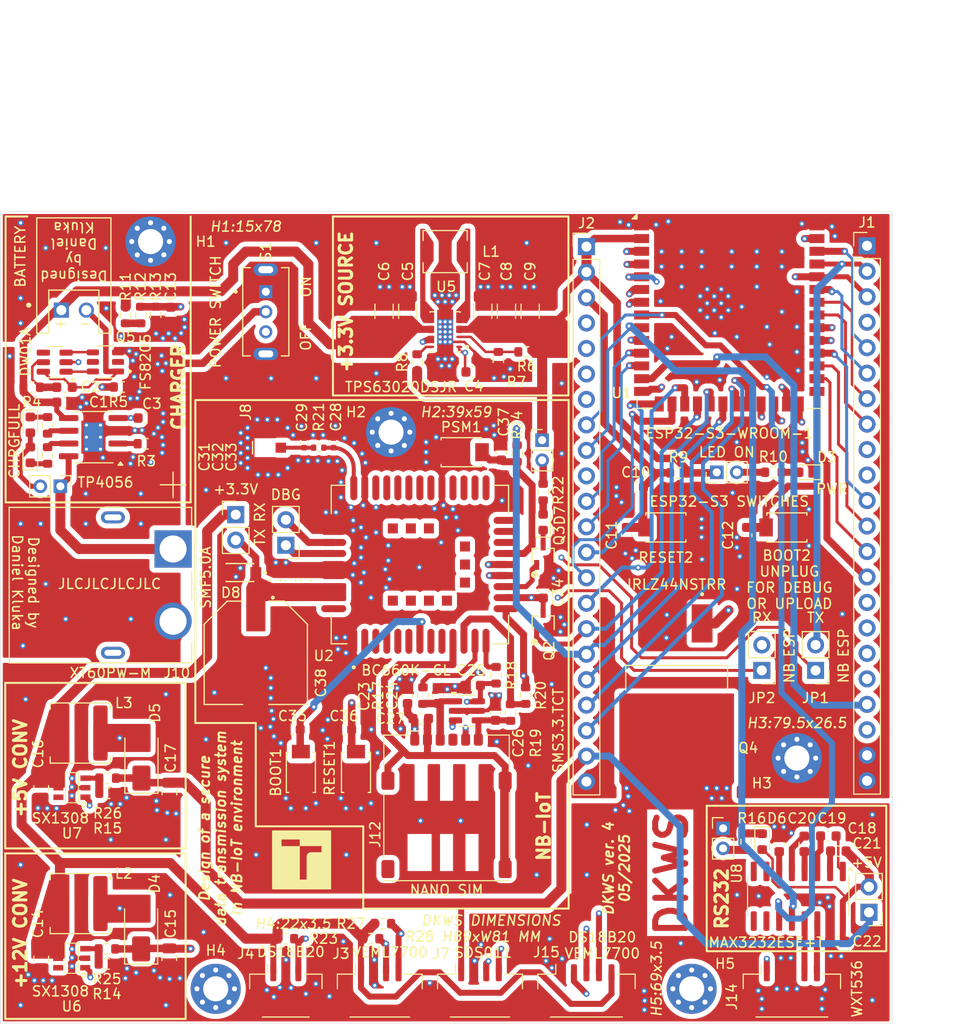
<source format=kicad_pcb>
(kicad_pcb (version 20241229) (generator "pcbnew") (generator_version "9.0")
  (layers (0 "F.Cu" signal) (4 "In1.Cu" signal) (6 "In2.Cu" signal) (2 "B.Cu" signal) (13 "F.Paste" user) (15 "B.Paste" user) (5 "F.SilkS" user "F.Silkscreen") (7 "B.SilkS" user "B.Silkscreen") (1 "F.Mask" user) (3 "B.Mask" user) (25 "Edge.Cuts" user))
  (net 0 "")
  (net 1 "Charger OUT")
  (net 2 "3.3V GND")
  (net 3 "Net-(J1-Pin_5)")
  (net 4 "Net-(J1-Pin_14)")
  (net 5 "Net-(J1-Pin_8)")
  (net 6 "Net-(J2-Pin_7)")
  (net 7 "Battery GND")
  (net 8 "Net-(J1-Pin_7)")
  (net 9 "Net-(J1-Pin_10)")
  (net 10 "3.3V OUT")
  (net 11 "Net-(J2-Pin_20)")
  (net 12 "Voltage Measure")
  (net 13 "SENS GND")
  (net 14 "12V OUT")
  (net 15 "Net-(J2-Pin_3)")
  (net 16 "Net-(J2-Pin_13)")
  (net 17 "Net-(J2-Pin_14)")
  (net 18 "5V OUT")
  (net 19 "Net-(J1-Pin_20)")
  (net 20 "Net-(J1-Pin_18)")
  (net 21 "Net-(J1-Pin_16)")
  (net 22 "Net-(J1-Pin_19)")
  (net 23 "Net-(J2-Pin_19)")
  (net 24 "Net-(J1-Pin_13)")
  (net 25 "Net-(J1-Pin_3)")
  (net 26 "Net-(J1-Pin_2)")
  (net 27 "Net-(J2-Pin_18)")
  (net 28 "Net-(J1-Pin_15)")
  (net 29 "Net-(J1-Pin_9)")
  (net 30 "VEML_SDA")
  (net 31 "Net-(J1-Pin_11)")
  (net 32 "Net-(J2-Pin_6)")
  (net 33 "Net-(J1-Pin_12)")
  (net 34 "Net-(J1-Pin_6)")
  (net 35 "VEML_SCL")
  (net 36 "Net-(J1-Pin_17)")
  (net 37 "RS232_TX")
  (net 38 "Net-(D7-A)")
  (net 55 "Net-(D7-K)")
  (net 70 "SDS_RX")
  (net 71 "Net-(JP6-B)")
  (net 72 "Net-(JP7-B)")
  (net 73 "Net-(U3-PROG)")
  (net 74 "Net-(U4-VCC)")
  (net 75 "Net-(U4-CS)")
  (net 77 "Net-(JP5-B)")
  (net 78 "Net-(D4-A)")
  (net 79 "Net-(D5-A)")
  (net 80 "Net-(U6-FB)")
  (net 81 "Net-(U7-FB)")
  (net 84 "RS232_RX")
  (net 85 "SDS_TX")
  (net 86 "Net-(D1-K)")
  (net 87 "Net-(D2-K)")
  (net 88 "Net-(D3-A)")
  (net 89 "Net-(R11-Pad2)")
  (net 90 "PSM")
  (net 91 "Net-(U8-C1+)")
  (net 92 "Net-(U8-C1-)")
  (net 93 "Net-(U8-C2+)")
  (net 94 "Net-(U8-C2-)")
  (net 95 "Net-(U8-VS+)")
  (net 96 "Net-(D6-K)")
  (net 100 "PSM_EINT")
  (net 102 "Temperature")
  (net 103 "Net-(U8-VS-)")
  (net 104 "Net-(U2-USIM_DATA)")
  (net 105 "Net-(U2-USIM_CLK)")
  (net 106 "Net-(U2-USIM_RST)")
  (net 107 "Net-(JP3-A)")
  (net 108 "Net-(JP3-B)")
  (net 111 "Net-(U4-OD)")
  (net 112 "Net-(U4-OC)")
  (net 113 "Net-(U5-EN)")
  (net 114 "Net-(U5-L2_6)")
  (net 115 "Net-(U5-L1_8)")
  (net 116 "Net-(U5-FB)")
  (net 117 "Net-(U5-PG)")
  (net 118 "Sensors PWR")
  (net 119 "Main_RXD")
  (net 120 "Main_TXD")
  (net 121 "Net-(D1-A)")
  (net 122 "Antenna")
  (net 123 "BC660K Reset")
  (net 124 "BC660K Boot")
  (net 125 "ESP-BC RST")
  (net 126 "WXT_TX")
  (net 127 "WXT_RX")
  (net 128 "Netlight")
  (net 129 "Net-(C29-Pad1)")
  (net 130 "Charger GND")
  (net 131 "Net-(JP10-B)")
  (net 132 "Net-(J10-+)")
  (net 133 "Net-(U3-~{STDBY})")
  (net 134 "Net-(U3-~{CHRG})")
  (net 135 "Net-(J12-CLK)")
  (net 136 "Net-(J12-RST)")
  (net 137 "Net-(J12-I{slash}O)")
  (net 138 "Net-(J12-GND)")
  (net 141 "Net-(D6-A)")
  (net 144 "Net-(J12-VCC)")
  (footprint "Resistor_SMD:R_0603_1608Metric" (layer "F.Cu") (at 73.3895 90.82 90)
    (property "Reference" "R19")
    (property "Value" "22")
  )
  (footprint "Inductor_SMD:L_Coilcraft_XAL6060-XXX" (layer "F.Cu") (at 30.4485 109.8655)
    (property "Reference" "L2")
    (property "Value" "CD54-4R7M")
  )
  (footprint "Connector_JST:JST_GH_SM05B-GHS-TB_1x05-1MP_P1.25mm_Horizontal" (layer "F.Cu") (at 80.9685 118.6155)
    (property "Reference" "J15")
    (property "Value" "JST_GH_SM05B-GHS-TB")
  )
  (footprint "Capacitor_SMD:C_0402_1005Metric" (layer "F.Cu") (at 52.796 63.9355 90)
    (property "Reference" "C29")
    (property "Value" "0")
  )
  (footprint "Capacitor_SMD:C_0402_1005Metric" (layer "F.Cu") (at 55.721 63.9355 90)
    (property "Reference" "C28")
    (property "Value" "0")
  )
  (footprint "Capacitor_SMD:C_1206_3216Metric" (layer "F.Cu") (at 70.62 50.815 90)
    (property "Reference" "C7")
    (property "Value" "22μF")
  )
  (footprint "BC660K_GL:XCVR_BC660K-GL" (layer "F.Cu") (at 64.346 76.0655 90)
    (property "Reference" "U2")
    (property "Value" "BC660K-GL")
  )
  (footprint "RF_Module:ESP32-S3-WROOM-1" (layer "F.Cu") (at 95.2185 47.5555)
    (property "Reference" "U1")
    (property "Value" "ESP32-S3-WROOM-1")
  )
  (footprint "Capacitor_SMD:C_0603_1608Metric" (layer "F.Cu") (at 52.946 77.5905 90)
    (property "Reference" "C33")
    (property "Value" "100pF")
  )
  (footprint "Capacitor_SMD:C_0603_1608Metric" (layer "F.Cu") (at 49.946 77.5905 90)
    (property "Reference" "C31")
    (property "Value" "100nF")
  )
  (footprint "Connector_PinHeader_2.54mm:PinHeader_1x22_P2.54mm_Vertical" (layer "F.Cu") (at 108.9685 44.2855)
    (property "Reference" "J1")
    (property "Value" "Conn_01x22_Pin")
  )
  (footprint "Capacitor_SMD:C_1206_3216Metric" (layer "F.Cu") (at 75.35 50.815 90)
    (property "Reference" "C9")
    (property "Value" "22μF")
  )
  (footprint "Capacitor_SMD:C_0603_1608Metric" (layer "F.Cu") (at 102.6985 103.9105 90)
    (property "Reference" "C19")
    (property "Value" "100nF")
  )
  (footprint "Connector_PinHeader_2.54mm:PinHeader_1x02_P2.54mm_Vertical" (layer "F.Cu") (at 50.9685 74.1405 180)
    (property "Reference" "JP3" (hide yes))
    (property "Value" "DBG")
  )
  (footprint "Resistor_SMD:R_0402_1005Metric" (layer "F.Cu") (at 54.251 64.4155)
    (property "Reference" "R21")
    (property "Value" "0R")
  )
  (footprint "Resistor_SMD:R_0603_1608Metric" (layer "F.Cu") (at 64.0685 55.9205 -90)
    (property "Reference" "R8")
    (property "Value" "1M")
  )
  (footprint "Package_TO_SOT_SMD:SOT-23-6" (layer "F.Cu") (at 69.037 90.65)
    (property "Reference" "U9" (hide yes))
    (property "Value" "SMS3.3.TCT")
  )
  (footprint "MountingHole:MountingHole_2.5mm_Pad_Via" (layer "F.Cu") (at 61.4685 62.8655)
    (property "Reference" "H2")
    (property "Value" "MountingHole_2.5mm_Pad_Via")
  )
  (footprint "LED_SMD:LED_0603_1608Metric" (layer "F.Cu") (at 98.5035 103.6935 -90)
    (property "Reference" "D6")
    (property "Value" "KT-0603R 0603")
  )
  (footprint "Capacitor_SMD:C_0603_1608Metric" (layer "F.Cu") (at 105.1035 103.138 180)
    (property "Reference" "C18")
    (property "Value" "100nF")
  )
  (footprint "Capacitor_SMD:C_0603_1608Metric" (layer "F.Cu") (at 85.8835 68.3455 180)
    (property "Reference" "C10")
    (property "Value" "1μF")
  )
  (footprint "Connector_PinHeader_2.00mm:PinHeader_1x02_P2.00mm_Vertical" (layer "F.Cu") (at 93.9685 66.8655 90)
    (property "Reference" "JP6")
    (property "Value" "LED ON")
  )
  (footprint "SS12D07VG4:SW_SS12D07VG4" (layer "F.Cu") (at 48.9685 50.8655 -90)
    (property "Reference" "S1")
    (property "Value" "SS12D07VG4")
  )
  (footprint "Capacitor_SMD:C_0603_1608Metric" (layer "F.Cu") (at 71.8895 90.82 90)
    (property "Reference" "C26")
    (property "Value" "33pF")
  )
  (footprint "Capacitor_SMD:C_0603_1608Metric" (layer "F.Cu") (at 106.0035 113.638)
    (property "Reference" "C22")
    (property "Value" "4.7μF")
  )
  (footprint "Resistor_SMD:R_0603_1608Metric" (layer "F.Cu") (at 34.9685 51.1905 -90)
    (property "Reference" "R11")
    (property "Value" "1M")
  )
  (footprint "Inductor_SMD:L_Coilcraft_XAL6060-XXX" (layer "F.Cu") (at 30.4485 92.8655)
    (property "Reference" "L3")
    (property "Value" "CD54-4R7M")
  )
  (footprint "Connector_PinHeader_2.54mm:PinHeader_1x02_P2.54mm_Vertical" (layer "F.Cu") (at 109.1585 110.7405 180)
    (property "Reference" "JP9")
    (property "Value" "+5V")
  )
  (footprint "Capacitor_SMD:C_0603_1608Metric" (layer "F.Cu") (at 28.8798 59.8905)
    (property "Reference" "C1")
    (property "Value" "10μF")
  )
  (footprint "SX1308:SOT-23-6" (layer "F.Cu") (at 29.6185 98.3155 180)
    (property "Reference" "U7")
    (property "Value" "SX1308")
  )
  (footprint "VUT_logo:VUT_logo" (layer "F.Cu") (at 52.53 105.51)
    (property "Reference" "G***" (hide yes))
    (property "Value" "LOGO" (hide yes))
  )
  (footprint "Resistor_SMD:R_0603_1608Metric" (layer "F.Cu") (at 25.6048 58.3905)
    (property "Reference" "R4")
    (property "Value" "100")
  )
  (footprint "Connector_JST:JST_GH_SM04B-GHS-TB_1x04-1MP_P1.25mm_Horizontal" (layer "F.Cu") (at 60.3435 118.6155)
    (property "Reference" "J3")
    (property "Value" "JST_GH_SM04B-GHS-TB")
  )
  (footprint "Capacitor_SMD:C_1206_3216Metric" (layer "F.Cu") (at 72.985 50.815 90)
    (property "Reference" "C8")
    (property "Value" "22μF")
  )
  (footprint "MountingHole:MountingHole_2.5mm_Pad_Via" (layer "F.Cu") (at 37.4685 43.8655)
    (property "Reference" "H1")
    (property "Value" "MountingHole_2.5mm_Pad_Via")
  )
  (footprint "Connector_PinHeader_2.54mm:PinHeader_1x02_P2.54mm_Vertical" (layer "F.Cu") (at 98.4685 86.6205 180)
    (property "Reference" "JP2")
    (property "Value" "RX")
  )
  (footprint "Capacitor_SMD:C_0603_1608Metric" (layer "F.Cu") (at 39.481 51.1905 -90)
    (property "Reference" "C13")
    (property "Value" "100nF")
  )
  (footprint "Connector_PinHeader_2.54mm:PinHeader_1x22_P2.54mm_Vertical" (layer "F.Cu") (at 80.9685 44.3655)
    (property "Reference" "J2")
    (property "Value" "Conn_01x22_Pin")
  )
  (footprint "Resistor_SMD:R_0603_1608Metric" (layer "F.Cu") (at 50.9685 113.3655)
    (property "Reference" "R23")
    (property "Value" "4.7k")
  )
  (footprint "Capacitor_SMD:C_0603_1608Metric" (layer "F.Cu") (at 96.9685 73.1405 -90)
    (property "Reference" "C12")
    (property "Value" "0.1μF")
  )
  (footprint "Resistor_SMD:R_0603_1608Metric" (layer "F.Cu") (at 74.9935 54.8655 180)
    (property "Reference" "R6")
    (property "Value" "1M")
  )
  (footprint "Capacitor_SMD:C_0603_1608Metric" (layer "F.Cu") (at 100.2035 103.913 90)
    (property "Reference" "C20")
    (property "Value" "100nF")
  )
  (footprint "Resistor_SMD:R_0603_1608Metric" (layer "F.Cu") (at 72.1685 55.6905 -90)
    (property "Reference" "R7")
    (property "Value" "180k")
  )
  (footprint "Diode_SMD:D_SMA" (layer "F.Cu") (at 36.5285 112.3855 90)
    (property "Reference" "D4")
    (property "Value" "SS34")
  )
  (footprint "Package_TO_SOT_SMD:SOT-23-6" (layer "F.Cu") (at 27.9048 55.8905 180)
    (property "Reference" "U4" (hide yes))
    (property "Value" "DW01A")
  )
  (footprint "Resistor_SMD:R_0603_1608Metric" (layer "F.Cu") (at 33.1135 115.8855)
    (property "Reference" "R14")
    (property "Value" "200")
  )
  (footprint "Connector_PinHeader_2.00mm:PinHeader_1x02_P2.00mm_Vertical" (layer "F.Cu") (at 94.6035 102.3655)
    (property "Reference" "JP10")
    (property "Value" "LED ON")
  )
  (footprint "SMF5A:SODFL3718X102N" (layer "F.Cu") (at 46.3935 76.8655 180)
    (property "Reference" "D8")
    (property "Value" "SMF5.0A")
  )
  (footprint "LED_SMD:LED_0603_1608Metric" (layer "F.Cu") (at 102.9685 66.8655 180)
    (property "Reference" "D3")
    (property "Value" "KT-0603R 0603")
  )
  (footprint "Connector_PinHeader_2.54mm:PinHeader_1x02_P2.54mm_Vertical" (layer "F.Cu") (at 103.8335 86.6205 180)
    (property "Reference" "JP1")
    (property "Value" "TX")
  )
  (footprint "Connector_JST:JST_GH_SM05B-GHS-TB_1x05-1MP_P1.25mm_Horizontal" (layer "F.Cu") (at 101.4685 118.6155)
    (property "Reference" "J14")
    (property "Value" "JST_GH_SM05B-GHS-TB")
  )
  (footprint "Package_SO:SOIC-16_3.9x9.9mm_P1.27mm" (layer "F.Cu") (at 102.1035 109.138 -90)
    (property "Reference" "U8")
    (property "Value" "MAX3232ESE+T")
  )
  (footprint "Package_SO:SOIC-8-1EP_3.9x4.9mm_P1.27mm_EP2.41x3.3mm_ThermalVias" (layer "F.Cu") (at 31.7685 63.3655 180)
    (property "Reference" "U3" (hide yes))
    (property "Value" "TP4056")
  )
  (footprint "LED_SMD:LED_0603_1608Metric" (layer "F.Cu") (at 25.4685 65.1405 90)
    (property "Reference" "D2" (hide yes))
    (property "Value" "KT-0603R 0603")
  )
  (footprint "Resistor_SMD:R_0603_1608Metric" (layer "F.Cu") (at 74.046 64.9905 90)
    (property "Reference" "R24")
    (property "Value" "10k")
  )
  (footprint "Resistor_SMD:R_0603_1608Metric" (layer "F.Cu") (at 74.8995 89.135 -90)
    (property "Reference" "R20")
    (property "Value" "10k")
  )
  (footprint "SX1308:SOT-23-6" (layer "F.Cu") (at 29.5985 115.3155 180)
    (property "Reference" "U6")
    (property "Value" "SX1308")
  )
  (footprint "Resistor_SMD:R_0603_1608Metric" (layer "F.Cu") (at 36.481 51.1905 90)
    (property "Reference" "R12")
    (property "Value" "470k")
  )
  (footprint "Resistor_SMD:R_0603_1608Metric" (layer "F.Cu") (at 33.1135 114.3855 180)
    (property "Reference" "R25")
    (property "Value" "1.47k")
  )
  (footprint "Connector_PinHeader_2.00mm:PinHeader_1x02_P2.00mm_Vertical" (layer "F.Cu") (at 28.4685 68.2655 -90)
    (property "Reference" "JP8")
    (property "Value" "LED ON")
  )
  (footprint "TS-1088-AR02016:SW_TS-1088-AR02016" (layer "F.Cu") (at 57.9685 96.7905 90)
    (property "Reference" "RESET1")
    (property "Value" "TS-1088-AR02016")
  )
  (footprint "MountingHole:MountingHole_2.5mm_Pad_Via" (layer "F.Cu") (at 43.9685 118.3655)
    (property "Reference" "H4")
    (property "Value" "MountingHole_2.5mm_Pad_Via")
  )
  (footprint "TS-1088-AR02016:SW_TS-1088-AR02016" (layer "F.Cu") (at 100.9685 72.3655 180)
    (property "Reference" "BOOT2")
    (property "Value" "TS-1088-AR02016")
  )
  (footprint "LED_SMD:LED_0603_1608Metric" (layer "F.Cu") (at 25.4685 62.1405 -90)
    (property "Reference" "D1" (hide yes))
    (property "Value" "KT-0603B 0603")
  )
  (footprint "Capacitor_SMD:C_1206_3216Metric" (layer "F.Cu") (at 60.77 50.815 90)
    (property "Reference" "C6")
    (property "Value" "10μF")
  )
  (footprint "Resistor_SMD:R_0603_1608Metric" (layer "F.Cu") (at 59.4685 113.3655)
    (property "Reference" "R28")
    (property "Value" "4.7k")
  )
  (footprint "Resistor_SMD:R_0603_1608Metric" (layer "F.Cu") (at 34.6298 58.3655)
    (property "Reference" "R5")
    (property "Value" "1k")
  )
  (footprint "FS8205A_v2:SOT95P280X145-6N" (layer "F.Cu") (at 32.9685 55.8655 180)
    (property "Reference" "Q5")
    (property "Value" "FS8205")
  )
  (footprint "Resistor_SMD:R_0603_1608Metric" (layer "F.Cu") (at 71.951 87.1045 -90)
    (property "Reference" "R18")
    (property "Value" "22")
  )
  (footprint "Capacitor_SMD:C_0603_1608Metric" (layer "F.Cu") (at 76.646 78.6355 90)
    (property "Reference" "C34")
    (property "Value" "100nF")
  )
  (footprint "Capacitor_SMD:C_0603_1608Metric" (layer "F.Cu") (at 51.446 77.5905 90)
    (property "Reference" "C32")
    (property "Value" "22pF")
  )
  (footprint "PDTC114EU_115_for_BC660K_GL:SOT65P210X110-3N" (layer "F.Cu") (at 76.646 81.8605 90)
    (property "Reference" "Q2")
    (property "Value" "PDTC114EU_115")
  )
  (footprint "Resistor_SMD:R_0603_1608Metric" (layer "F.Cu") (at 27.1923 65.1905 -90)
    (property "Reference" "R2" (hide yes))
    (property "Value" "1k")
  )
  (footprint "Connector_JST:JST_GH_SM04B-GHS-TB_1x04-1MP_P1.25mm_Horizontal" (layer "F.Cu") (at 70.3435 118.6155)
    (property "Reference" "J7")
    (property "Value" "JST_GH_SM04B-GHS-TB")
  )
  (footprint "Resistor_SMD:R_0603_1608Metric" (layer "F.Cu") (at 27.1923 62.1905 90)
    (property "Reference" "R1" (hide yes))
    (property "Value" "1k")
  )
  (footprint "ufl_v2:HIROSE_U.FL-R-SMT-1_80_" (layer "F.Cu") (at 48.9435 64.4155 90)
    (property "Reference" "J8")
    (property "Value" "U.FL-R-SMT-1_80_")
  )
  (footprint "Connector_PinHeader_2.00mm:PinHeader_1x02_P2.00mm_Vertical" (layer "F.Cu") (at 76.546 63.6655)
    (property "Reference" "JP7")
    (property "Value" "LED ON")
  )
  (footprint "PDTC114EU_115_for_BC660K_GL:SOT65P210X110-3N" (layer "F.Cu") (at 76.646 75.1355 90)
    (property "Reference" "Q3")
    (property "Value" "PDTC114EU_115")
  )
  (footprint "Connector_PinHeader_2.54mm:PinHeader_1x02_P2.54mm_Vertical" (layer "F.Cu") (at 45.9685 71.0905)
    (property "Reference" "JP5" (hide yes))
    (property "Value" "+3.3V")
  )
  (footprint "Resistor_SMD:R_0603_1608Metric" (layer "F.Cu") (at 90.1435 66.9255 180)
    (property "Reference" "R9")
    (property "Value" "10k")
  )
  (footprint "S2B_XH:JST_S2B-XH-A_LF__SN_" (layer "F.Cu") (at 29.8138 50.703)
    (property "Reference" "J6" (hide yes))
    (property "Value" "S2B-XH-A_LF__SN_" (hide yes))
  )
  (footprint "Capacitor_SMD:C_0603_1608Metric" (layer "F.Cu") (at 56.766 92.5155 180)
    (property "Reference" "C36")
    (property "Value" "0.1μF")
  )
  (footprint "Resistor_SMD:R_0603_1608Metric" (layer "F.Cu") (at 37.981 51.1905 -90)
    (property "Reference" "R13")
    (property "Value" "470k")
  )
  (footprint "Capacitor_SMD:C_0603_1608Metric" (layer "F.Cu") (at 69.7185 56.8655 180)
    (property "Reference" "C4")
    (property "Value" "100nF")
  )
  (footprint "Capacitor_SMD:C_0603_1608Metric" (layer "F.Cu") (at 84.9685 73.1405 -90)
    (property "Reference" "C11")
    (property "Value" "0.1μF")
  )
  (footprint "Capacitor_SMD:C_0603_1608Metric" (layer "F.Cu") (at 72.4685 64.8655 90)
    (property "Reference" "C37")
    (property "Value" "0.1μF")
  )
  (footprint "IRLZ44N:TRANS_IRF3205S" (layer "F.Cu") (at 89.9685 88.9205 -90)
    (property "Reference" "Q4")
    (property "Value" "IRLZ44NSTRR")
  )
  (footprint "Diode_SMD:D_SMA" (layer "F.Cu") (at 36.5585 95.3555 90)
    (property "Reference" "D5")
    (property "Value" "SS34")
  )
  (footprint "Capacitor_SMD:C_0805_2012Metric" (layer "F.Cu") (at 39.3485 98.7655 -90)
    (property "Reference" "C17")
    (property "Value" "22μF")
  )
  (footprint "TS-1088-AR02016:SW_TS-1088-AR02016" (layer "F.Cu") (at 88.8935 72.3655 180)
    (property "Reference" "RESET2")
    (property "Value" "TS-1088-AR02016")
  )
  (footprint "Capacitor_SMD:C_0603_1608Metric" (layer "F.Cu") (at 64.4305 91.4255)
    (property "Reference" "C27")
    (property "Value" "100nF")
  )
  (footprint "Capacitor_SMD:C_0805_2012Metric" (layer "F.Cu") (at 39.3385 115.2855 -90)
    (property "Reference" "C15")
    (property "Value" "22μF")
  )
  (footprint "LED_SMD:LED_0603_1608Metric" (layer "F.Cu") (at 76.646 71.848 90)
    (property "Reference" "D7")
    (property "Value" "KT-0603R 0603")
  )
  (footprint "Resistor_SMD:R_0603_1608Metric" (layer "F.Cu") (at 64.6495 89.135 -90)
    (property "Reference" "R17")
    (property "Value" "22")
  )
  (footprint "TPS63020DSJR:IC_TPS63020DSJR" (layer "F.Cu") (at 66.8685 52.8655 180)
    (property "Reference" "U5")
    (property "Value" "TPS63020DSJR")
  )
  (footprint "Resistor_SMD:R_0603_1608Metric" (layer "F.Cu") (at 96.9035 103.6935 90)
    (property "Reference" "R16")
    (property "Value" "1k")
  )
  (footprint "Capacitor_SMD:C_0603_1608Metric" (layer "F.Cu") (at 28.8798 58.3905 180)
    (property "Reference" "C2")
    (property "Value" "0.1μF")
  )
  (footprint "MountingHole:MountingHole_2.5mm_Pad_Via" (layer "F.Cu") (at 91.4685 118.3655)
    (property "Reference" "H5")
    (property "Value" "MountingHole_2.5mm_Pad_Via")
  )
  (footprint "TS-1088-AR02016:SW_TS-1088-AR02016" (layer "F.Cu") (at 52.4685 96.7905 90)
    (property "Reference" "BOOT1")
    (property "Value" "TS-1088-AR02016")
  )
  (footprint "25SVPK470M:CAP_25SVPK470M" (layer "F.Cu") (at 47.9685 84.8655 -90)
    (property "Reference" "C38")
    (property "Value" "25SVPK470M")
  )
  (footprint "TS-1088-AR02016:SW_TS-1088-AR02016" (layer "F.Cu") (at 68.4685 64.8655)
    (property "Reference" "PSM1")
    (property "Value" "TS-1088-AR02016")
  )
  (footprint "Resistor_SMD:R_0603_1608Metric" (layer "F.Cu") (at 37.005 64.02)
    (property "Reference" "R3")
    (property "Value" "1.2k")
  )
  (footprint "Resistor_SMD:R_0603_1608Metric" (layer "F.Cu") (at 33.1785 97.3655 180)
    (property "Reference" "R26")
    (property "Value" "3.8k")
  )
  (footprint "Resistor_SMD:R_0603_1608Metric" (layer "F.Cu") (at 76.646 68.8405 90)
    (property "Reference" "R22")
    (property "Value" "2.2k")
  )
  (footprint "Capacitor_SMD:C_0603_1608Metric" (layer "F.Cu") (at 37.005 61.46)
    (property "Reference" "C3")
    (property "Value" "0.1μF")
  )
  (footprint "Capacitor_SMD:C_0805_2012Metric" (layer "F.Cu") (at 26.5585 98.3655 -90)
    (property "Reference" "C16")
    (property "Value" "22μF")
  )
  (footprint "Capacitor_SMD:C_0603_1608Metric" (layer "F.Cu") (at 66.1695 89.135 90)
    (property "Reference" "C24")
    (property "Value" "33pF")
  )
  (footprint "2r2:SLO0420H" (layer "F.Cu") (at 66.8685 44.8655)
    (property "Reference" "L1" (hide yes))
    (property "Value" "2.2μH")
  )
  (footprint "XT60:AMASS_XT60PW-M" (layer "F.Cu") (at 33.7135 78.1155 90)
    (property "Reference" "J10")
    (property "Value" "XT60PW-M")
  )
  (footprint "Connector_JST:JST_GH_SM03B-GHS-TB_1x03-1MP_P1.25mm_Horizontal" (layer "F.Cu") (at 50.9685 118.6155)
    (property "Reference" "J4")
    (property "Value" "JST_GH_SM03B-GHS-TB")
  )
  (footprint "Capacitor_SMD:C_1206_3216Metric" (layer "F.Cu") (at 63.14 50.815 90)
    (property "Reference" "C5")
    (property "Value" "10μF")
  )
  (footprint "Capacitor_SMD:C_0603_1608Metric" (layer "F.Cu") (at 69.606 88.1245)
    (property "Reference" "C25")
    (property "Value" "33pF")
  )
  (footprint "Connector_Card:nanoSIM_Hinged_CUI_NSIM-2-C" (layer "F.Cu") (at 67.0055 100.3255)
    (property "Reference" "J12")
    (property "Value" "NANO SIM")
  )
  (footprint "Capacitor_SMD:C_0603_1608Metric" (layer "F.Cu") (at 106.1035 104.638)
    (property "Reference" "C21")
    (property "Value" "100nF")
  )
  (footprint "Capacitor_SMD:C_0603_1608Metric" (layer "F.Cu") (at 51.626 92.5155 180)
    (property "Reference" "C35")
    (property "Value" "0.1μF")
  )
  (footprint "Capacitor_SMD:C_0603_1608Metric" (layer "F.Cu") (at 63.1095 89.14 -90)
    (property "Reference" "C23")
    (property "Value" "33pF")
  )
  (footprint "Resistor_SMD:R_0603_1608Metric" (layer "F.Cu") (at 60.6435 111.8655)
    (property "Reference" "R27")
    (property "Value" "4.7k")
  )
  (footprint "MountingHole:MountingHole_2.5mm_Pad_Via" (layer "F.Cu") (at 101.9685 95.3655)
    (property "Reference" "H3")
    (property "Value" "MountingHole_2.5mm_Pad_Via")
  )
  (footprint "Capacitor_SMD:C_0805_2012Metric" (layer "F.Cu") (at 26.5585 115.3655 -90)
    (property "Reference" "C14")
    (property "Value" "22μF")
  )
  (footprint "Resistor_SMD:R_0603_1608Metric" (layer "F.Cu") (at 33.1785 98.8655)
    (property "Reference" "R15")
    (property "Value" "200")
  )
  (footprint "Resistor_SMD:R_0603_1608Metric" (layer "F.Cu") (at 99.616 66.8655)
    (property "Reference" "R10")
    (property "Value" "1k")
  )
  (gr_poly (pts (xy 65.6685 53.3455) (xy 65.6685 53.8875) (xy 65.1385 53.8875) (xy 64.6285 54.0655) (xy 64.5485 53.6855) (xy 65.275323 53.345523) (xy 65.275317 53.3455)) (stroke (width 0.2)) (fill yes) (layer "F.Cu") (net 113))
  (gr_poly (pts (xy 68.9685 51.8855) (xy 69.25 51.3855) (xy 69.25 48.3655) (xy 69.25 42.6955) (xy 68.9685 42.6955)) (stroke (width 0.25)) (fill yes) (layer "F.Cu") (net 114))
  (gr_poly (pts (xy 63.0685 53.8655) (xy 61.6185 55.3655) (xy 58.0685 55.3655) (xy 58.0685 53.8655)) (stroke (width 0.2)) (fill yes) (layer "F.Cu") (net 1))
  (gr_poly (pts (xy 65.6685 52.3655) (xy 65.6685 52.8655) (xy 64.0685 52.8655) (xy 63.0685 53.8655) (xy 58.5685 53.8655) (xy 59.7285 53.8655) (xy 58.2285 55.3655) (xy 56.0685 55.3655) (xy 56.0685 51.873697) (xy 56.1185 51.8655) (xy 57.0685 51.8655) (xy 57.5685 51.3655) (xy 63.5685 51.3655) (xy 64.5685 52.3655)) (stroke (width 0.2)) (fill yes) (layer "F.Cu") (net 1))
  (gr_poly (pts (xy 68.0685 52.3655) (xy 68.0685 52.8655) (xy 69.6685 52.8655) (xy 70.6685 53.8655) (xy 74.6685 53.8655) (xy 75.1685 54.3655) (xy 75.1685 54.8655) (xy 75.6685 55.3655) (xy 79.1685 55.3655) (xy 79.1685 52.119598) (xy 78.9685 51.8655) (xy 78.574951 51.3655) (xy 70.1685 51.3655) (xy 69.1685 52.3655)) (stroke (width 0.2)) (fill yes) (layer "F.Cu") (net 10))
  (gr_poly (pts (xy 64.768835 42.7055) (xy 65.62 43.99) (xy 65.62 45.74) (xy 64.78 47.02)) (stroke (width 0.2)) (fill yes) (layer "F.Cu") (net 115))
  (gr_poly (pts (xy 64.7725 51.8855) (xy 64.5 51.3655) (xy 64.5 48.3655) (xy 64.5 42.7055) (xy 64.768835 42.7055)) (stroke (width 0.25)) (fill yes) (layer "F.Cu") (net 115))
  (gr_poly (pts (xy 68.9645 51.8855) (xy 68.0685 51.8855) (xy 68.0685 50.7655) (xy 69 49.75)) (stroke (width 0.2)) (fill yes) (layer "F.Cu") (net 114))
  (gr_poly (pts (xy 68.12 44) (xy 68.9685 42.6955) (xy 68.96 47.01) (xy 68.12 45.75)) (stroke (width 0.2)) (fill yes) (layer "F.Cu") (net 114))
  (gr_poly (pts (xy 64.7725 51.8855) (xy 65.6685 51.8855) (xy 65.6685 50.7655) (xy 64.75 49.75)) (stroke (width 0.2)) (fill yes) (layer "F.Cu") (net 115))
  (gr_line (start 41.9385 91.8655) (end 41.9385 59.6655) (stroke (width 0.2)) (layer "F.SilkS"))
  (gr_line (start 58.691 102.1655) (end 47.9685 102.1655) (stroke (width 0.2)) (layer "F.SilkS"))
  (gr_rect (start 22.9685 87.8655) (end 40.9685 104.3655) (stroke (width 0.2)) (fill no) (layer "F.SilkS"))
  (gr_rect (start 55.6685 41.3655) (end 79.1685 59.2055) (stroke (width 0.2)) (fill no) (layer "F.SilkS"))
  (gr_rect (start 92.9685 100.1155) (end 110.8885 114.6155) (stroke (width 0.2)) (fill no) (layer "F.SilkS"))
  (gr_line (start 41.9685 59.6655) (end 79.191 59.6655) (stroke (width 0.2)) (layer "F.SilkS"))
  (gr_line (start 47.9685 102.1655) (end 47.9685 91.8655) (stroke (width 0.2)) (layer "F.SilkS"))
  (gr_line (start 23.006 41.3655) (end 25.1685 41.3655) (stroke (width 0.2)) (layer "F.SilkS"))
  (gr_line (start 23.006 41.3655) (end 23.006 69.8655) (stroke (width 0.2)) (layer "F.SilkS"))
  (gr_line (start 79.191 59.6655) (end 79.191 110.3655) (stroke (width 0.2)) (layer "F.SilkS"))
  (gr_line (start 41.4685 41.3655) (end 41.4685 69.8655) (stroke (width 0.2)) (layer "F.SilkS"))
  (gr_line (start 41.4685 69.8655) (end 23.006 69.8655) (stroke (width 0.2)) (layer "F.SilkS"))
  (gr_line (start 58.7185 110.3655) (end 79.191 110.3655) (stroke (width 0.2)) (layer "F.SilkS"))
  (gr_rect (start 22.9685 104.8655) (end 40.9685 121.3655) (stroke (width 0.2)) (fill no) (layer "F.SilkS"))
  (gr_line (start 47.9685 91.8655) (end 41.9685 91.8655) (stroke (width 0.2)) (layer "F.SilkS"))
  (gr_line (start 58.691 110.3655) (end 58.691 102.1655) (stroke (width 0.2)) (layer "F.SilkS"))
  (gr_rect (start 22.4685 40.8655) (end 111.4685 121.8655) (stroke (width 0.05)) (fill no) (layer "Edge.Cuts"))
  (gr_text "DKWS" (at 89.4685 106.8655 90) (layer "F.Cu") (effects (font (size 3 3) (thickness 0.6) (bold yes))))
  (gr_text "POWER SWITCH" (at 43.9685 50.8655 90) (layer "F.SilkS") (effects (font (size 1 1))))
  (gr_text "NB" (at 106.6185 86.8655 90) (layer "F.SilkS") (effects (font (size 1 1))))
  (gr_text "PWR" (at 105.4685 69.1155 0) (layer "F.SilkS") (effects (font (size 1 1)) (justify bottom)))
  (gr_text "DS18B20" (at 51.4685 114.6855 0) (layer "F.SilkS") (effects (font (size 1 1))))
  (gr_text "H2:39x59" (at 67.9685 60.8655 0) (layer "F.SilkS") (effects (font (size 1 1) (thickness 0.15) (italic yes))))
  (gr_text "ESP" (at 106.6185 83.8655 90) (layer "F.SilkS") (effects (font (size 1 1))))
  (gr_text "TX" (at 48.9685 73.3655 90) (layer "F.SilkS") (effects (font (size 1 1)) (justify bottom)))
  (gr_text "BATTERY" (at 24.4685 45.3655 90) (layer "F.SilkS") (effects (font (size 1 1))))
  (gr_text "ESP" (at 101.2185 83.8655 90) (layer "F.SilkS") (effects (font (size 1 1))))
  (gr_text "H5:69x3.5" (at 87.9685 117.3655 90) (layer "F.SilkS") (effects (font (size 1 1) (thickness 0.15) (italic yes))))
  (gr_text "H4:22x3.5" (at 51.69 111.89 0) (layer "F.SilkS") (effects (font (size 1 1) (thickness 0.15) (italic yes))))
  (gr_text "-" (at 30.9685 52.003 0) (layer "F.SilkS") (effects (font (size 1 1))))
  (gr_text "H3:79.5x26.5" (at 101.9685 91.8655 0) (layer "F.SilkS") (effects (font (size 1 1) (thickness 0.15) (italic yes))))
  (gr_text "Designed by\nDaniel Kluka" (at 24.9685 77.8655 270) (layer "F.SilkS") (effects (font (size 1 1))))
  (gr_text "RX" (at 48.9685 70.8655 90) (layer "F.SilkS") (effects (font (size 1 1)) (justify bottom)))
  (gr_text "Designed\nby\nDaniel\nKluka" (at 29.8138 44.8655 180) (layer "F.SilkS") (effects (font (size 1 1))))
  (gr_text "+12V CONV" (at 24.4685 112.8655 90) (layer "F.SilkS") (effects (font (size 1.25 1.25) (thickness 0.3) (bold yes))))
  (gr_text "UNPLUG\nFOR DEBUG\nOR UPLOAD" (at 101.2185 78.3655 0) (layer "F.SilkS") (effects (font (size 1 1))))
  (gr_text "CHRG" (at 24.4685 65.483 90) (layer "F.SilkS") (effects (font (size 1 1)) (justify bottom)))
  (gr_text "CHARGER" (at 40.9685 58.3655 90) (layer "F.SilkS") (effects (font (size 1.25 1.25) (thickness 0.3) (bold yes)) (justify bottom)))
  (gr_text "NB-IoT" (at 76.691 102.1655 90) (layer "F.SilkS") (effects (font (size 1.25 1.25) (thickness 0.3) (bold yes))))
  (gr_text "H1:15x78" (at 46.9685 42.3655 0) (layer "F.SilkS") (effects (font (size 1 1) (thickness 0.15) (italic yes))))
  (gr_text "ESP32-S3 SWITCHES" (at 95.2185 70.3655 0) (layer "F.SilkS") (effects (font (size 1 1)) (justify bottom)))
  (gr_text "+5V CONV" (at 24.4685 96.3655 90) (layer "F.SilkS") (effects (font (size 1.25 1.25) (thickness 0.3) (bold yes))))
  (gr_text "WXT536" (at 107.9685 118.3655 90) (layer "F.SilkS") (effects (font (size 1 1))))
  (gr_text "DKWS ver. 4\n05/2025" (at 83.9685 106.3655 90) (layer "F.SilkS") (effects (font (size 1 1) (thickness 0.2) (bold yes) (italic yes))))
  (gr_text "NB" (at 101.2185 86.8655 90) (layer "F.SilkS") (effects (font (size 1 1))))
  (gr_text "OFF" (at 52.9685 53.3655 90) (layer "F.SilkS") (effects (font (size 1 1))))
  (gr_text "ON" (at 52.9685 48.3655 90) (layer "F.SilkS") (effects (font (size 1 1))))
  (gr_text "DKWS DIMENSIONS\nH89xW81 MM" (at 71.4685 112.3655 0) (layer "F.SilkS") (effects (font (size 1 1) (thickness 0.15) (italic yes))))
  (gr_text "RS232" (at 94.4685 109.3655 90) (layer "F.SilkS") (effects (font (size 1.25 1.25) (thickness 0.3) (bold yes))))
  (gr_text "JLCJLCJLCJLC" (at 33.3785 77.9955 0) (layer "F.SilkS") (effects (font (size 1 1))))
  (gr_text "+3.3V SOURCE" (at 56.9685 49.8655 90) (layer "F.SilkS") (effects (font (size 1.25 1.25) (thickness 0.3) (bold yes))))
  (gr_text "SDS011" (at 67.6885 115.3355 0) (layer "F.SilkS") (effects (font (size 1 1)) (justify left bottom)))
  (gr_text "Design of a secure\ndata transmission system\nin NB-IoT environment" (at 44.4685 102.3655 90) (layer "F.SilkS") (effects (font (size 1 1) (thickness 0.2) (bold yes) (italic yes))))
  (gr_text "DS18B20\nVEML7700" (at 82.5485 114.0255 0) (layer "F.SilkS") (effects (font (size 1 1))))
  (gr_text "+" (at 28.4685 52.003 0) (layer "F.SilkS") (effects (font (size 1 1))))
  (gr_text "VEML7700" (at 61.3785 114.7255 0) (layer "F.SilkS") (effects (font (size 1 1))))
  (gr_text "FULL" (at 24.4685 61.798 90) (layer "F.SilkS") (effects (font (size 1 1)) (justify bottom)))
  (segment (start 55.3685 54.1155) (end 53.2185 51.9655) (width 1) (layer "F.Cu") (net 1))
  (segment (start 35 50.334) (end 34.9685 50.3655) (width 1) (layer "F.Cu") (net 1))
  (segment (start 28.5638 50.403) (end 28.5638 50.703) (width 1) (layer "F.Cu") (net 1))
  (segment (start 28.1045 59.8908) (end 28.1045 59.8907) (width 0.25) (layer "F.Cu") (net 1))
  (segment (start 44.4685 48.827) (end 35 48.827) (width 1) (layer "F.Cu") (net 1))
  (segment (start 53.2185 51.9655) (end 53.2185 46.1155) (width 1) (layer "F.Cu") (net 1))
  (segment (start 35 48.827) (end 30.1398 48.827) (width 1) (layer "F.Cu") (net 1))
  (segment (start 28.1048 60.7218) (end 28.1048 59.8905) (width 0.5) (layer "F.Cu") (net 1))
  (segment (start 28.0139 50.703) (end 28.5638 50.703) (width 0.75) (layer "F.Cu") (net 1))
  (segment (start 60.0685 54.1155) (end 55.3685 54.1155) (width 1) (layer "F.Cu") (net 1))
  (segment (start 45.7185 47.577) (end 44.4685 48.827) (width 1) (layer "F.Cu") (net 1))
  (segment (start 24.7798 58.3905) (end 24.7798 58.8661) (width 0.25) (layer "F.Cu") (net 1))
  (segment (start 45.7185 46.1155) (end 45.7185 47.577) (width 1) (layer "F.Cu") (net 1))
  (segment (start 28.1045 59.8907) (end 28.1045 59.8905) (width 0.25) (layer "F.Cu") (net 1))
  (segment (start 51.9685 44.8655) (end 46.9685 44.8655) (width 1) (layer "F.Cu") (net 1))
  (segment (start 27.5335 51.1834) (end 28.0139 50.703) (width 0.75) (layer "F.Cu") (net 1))
  (segment (start 28.8435 61.4605) (end 28.1048 60.7218) (width 0.5) (layer "F.Cu") (net 1))
  (segment (start 24.7798 58.8661) (end 24.8551 58.9414) (width 0.25) (layer "F.Cu") (net 1))
  (segment (start 25.8045 59.8905) (end 24.8551 58.9414) (width 0.75) (layer "F.Cu") (net 1))
  (segment (start 24.8551 58.9414) (end 24.7795 58.8658) (width 0.75) (layer "F.Cu") (net 1))
  (segment (start 30.1398 48.827) (end 28.5638 50.403) (width 1) (layer "F.Cu") (net 1))
  (segment (start 35 48.827) (end 35 50.334) (width 1) (layer "F.Cu") (net 1))
  (segment (start 24.7795 53.937) (end 27.5335 51.1834) (width 0.75) (layer "F.Cu") (net 1))
  (segment (start 28.1045 59.8905) (end 27.9925 59.8905) (width 0.25) (layer "F.Cu") (net 1))
  (segment (start 28.1045 59.8907) (end 28.1045 59.8905) (width 0.25) (layer "F.Cu") (net 1))
  (segment (start 29.2935 61.4605) (end 28.8435 61.4605) (width 0.5) (layer "F.Cu") (net 1))
  (segment (start 27.9925 59.8905) (end 25.8045 59.8905) (width 0.75) (layer "F.Cu") (net 1))
  (segment (start 24.7795 58.8658) (end 24.7795 53.937) (width 0.75) (layer "F.Cu") (net 1))
  (segment (start 46.9685 44.8655) (end 45.7185 46.1155) (width 1) (layer "F.Cu") (net 1))
  (segment (start 28.1045 59.8905) (end 28.1048 59.8905) (width 0.25) (layer "F.Cu") (net 1))
  (segment (start 53.2185 46.1155) (end 51.9685 44.8655) (width 1) (layer "F.Cu") (net 1))
  (segment (start 58.746 68.8155) (end 58.846 68.7155) (width 0.25) (layer "F.Cu") (net 2))
  (segment (start 68.7755 53.8655) (end 69.89 54.98) (width 0.25) (layer "F.Cu") (net 2))
  (segment (start 69.89 54.98) (end 69.89 55.05) (width 0.25) (layer "F.Cu") (net 2))
  (segment (start 87.8985 81.9355) (end 87.4285 81.9355) (width 1) (layer "F.Cu") (net 2))
  (segment (start 70.1805 90.813) (end 70.143 90.7755) (width 0.25) (layer "F.Cu") (net 2))
  (segment (start 85.1085 68.1546) (end 85.1085 68.3455) (width 0.25) (layer "F.Cu") (net 2))
  (segment (start 68.2685 53.8655) (end 67.3685 53.8655) (width 0.25) (layer "F.Cu") (net 2))
  (segment (start 68.2685 53.8655) (end 68.7755 53.8655) (width 0.25) (layer "F.Cu") (net 2))
  (segment (start 70.1745 90.65) (end 67.8995 90.65) (width 0.6) (layer "F.Cu") (net 2))
  (via (at 51.146 62.4405) (size 0.6) (drill 0.3) (layers "F.Cu" "B.Cu") (net 2))
  (via (at 50.121 61.6155) (size 0.6) (drill 0.3) (layers "F.Cu" "B.Cu") (net 2))
  (via (at 46.4685 65.9405) (size 0.6) (drill 0.3) (layers "F.Cu" "B.Cu") (net 2))
  (via (at 24.5 52) (size 0.6) (drill 0.3) (layers "F.Cu" "B.Cu") (net 2))
  (via (at 63.34 48.38) (size 0.6) (drill 0.3) (layers "F.Cu" "B.Cu") (net 2))
  (via (at 48 105) (size 0.6) (drill 0.3) (layers "F.Cu" "B.Cu") (net 2))
  (via (at 51.691 63.1655) (size 0.6) (drill 0.3) (layers "F.Cu" "B.Cu") (net 2))
  (via (at 64.9685 65.8655) (size 0.6) (drill 0.3) (layers "F.Cu" "B.Cu") (net 2))
  (via (at 92.4685 44.8655) (size 0.6) (drill 0.3) (layers "F.Cu" "B.Cu") (net 2))
  (via (at 95.9685 73.3655) (size 0.6) (drill 0.3) (layers "F.Cu" "B.Cu") (net 2))
  (via (at 97.9685 48.3655) (size 0.6) (drill 0.3) (layers "F.Cu" "B.Cu") (net 2))
  (via (at 96 78.5) (size 0.6) (drill 0.3) (layers "F.Cu" "B.Cu") (net 2))
  (via (at 43 93.5) (size 0.6) (drill 0.3) (layers "F.Cu" "B.Cu") (net 2))
  (via (at 88.95 83.37) (size 0.6) (drill 0.3) (layers "F.Cu" "B.Cu") (net 2))
  (via (at 64.9685 63.8655) (size 0.6) (drill 0.3) (layers "F.Cu" "B.Cu") (net 2))
  (via (at 67.9685 71.3655) (size 0.6) (drill 0.3) (layers "F.Cu" "B.Cu") (net 2))
  (via (at 48.9685 86.3655) (size 0.6) (drill 0.3) (layers "F.Cu" "B.Cu") (net 2))
  (via (at 55.9985 83.3855) (size 0.6) (drill 0.3) (layers "F.Cu" "B.Cu") (net 2))
  (via (at 57.7785 63.9555) (size 0.6) (drill 0.3) (layers "F.Cu" "B.Cu") (net 2))
  (via (at 56.5885 66.6655) (size 0.6) (drill 0.3) (layers "F.Cu" "B.Cu") (net 2))
  (via (at 100.4685 50.8655) (size 0.6) (drill 0.3) (layers "F.Cu" "B.Cu") (net 2))
  (via (at 75 44) (size 0.6) (drill 0.3) (layers "F.Cu" "B.Cu") (net 2))
  (via (at 58.7585 76.8655) (size 0.6) (drill 0.3) (layers "F.Cu" "B.Cu") (net 2))
  (via (at 73.36 56.56) (size 0.6) (drill 0.3) (layers "F.Cu" "B.Cu") (net 2))
  (via (at 95.4685 44.8655) (size 0.6) (drill 0.3) (layers "F.Cu" "B.Cu") (net 2))
  (via (at 102.4685 42.0855) (size 0.6) (drill 0.3) (layers "F.Cu" "B.Cu") (net 2))
  (via (at 65.9685 63.3655) (size 0.6) (drill 0.3) (layers "F.Cu" "B.Cu") (net 2))
  (via (at 72.02 93.73) (size 0.6) (drill 0.3) (layers "F.Cu" "B.Cu") (net 2))
  (via (at 61.191 75.6655) (size 0.6) (drill 0.3) (layers "F.Cu" "B.Cu") (net 2))
  (via (at 78.5 65) (size 0.6) (drill 0.3) (layers "F.Cu" "B.Cu") (net 2))
  (via (at 60 57) (size 0.6) (drill 0.3) (layers "F.Cu" "B.Cu") (net 2))
  (via (at 101.9685 54.8655) (size 0.6) (drill 0.3) (layers "F.Cu" "B.Cu") (net 2))
  (via (at 75.71 48.38) (size 0.6) (drill 0.3) (layers "F.Cu" "B.Cu") (net 2))
  (via (at 52.9685 100.3655) (size 0.6) (drill 0.3) (layers "F.Cu" "B.Cu") (net 2))
  (via (at 60 44) (size 0.6) (drill 0.3) (layers "F.Cu" "B.Cu") (net 2))
  (via (at 52.5285 62.2755) (size 0.6) (drill 0.3) (layers "F.Cu" "B.Cu") (net 2))
  (via (at 53.1785 65.7555) (size 0.6) (drill 0.3) (layers "F.Cu" "B.Cu") (net 2))
  (via (at 59.5 92.51) (size 0.6) (drill 0.3) (layers "F.Cu" "B.Cu") (net 2))
  (via (at 87.9185 42.1855) (size 0.6) (drill 0.3) (layers "F.Cu" "B.Cu") (net 2))
  (via (at 89.1285 41.8655) (size 0.6) (drill 0.3) (layers "F.Cu" "B.Cu") (net 2))
  (via (at 49.191 67.1155) (size 0.6) (drill 0.3) (layers "F.Cu" "B.Cu") (net 2))
  (via (at 61.3085 77.5155) (size 0.6) (drill 0.3) (layers "F.Cu" "B.Cu") (net 2))
  (via (at 62.59 48.38) (size 0.6) (drill 0.3) (layers "F.Cu" "B.Cu") (net 2))
  (via (at 75.1595 96.11) (size 0.6) (drill 0.3) (layers "F.Cu" "B.Cu") (net 2))
  (via (at 105.7585 43.3255) (size 0.6) (drill 0.3) (layers "F.Cu" "B.Cu") (net 2))
  (via (at 92.5 75.55) (size 0.6) (drill 0.3) (layers "F.Cu" "B.Cu") (net 2))
  (via (at 60.37 48.38) (size 0.6) (drill 0.3) (layers "F.Cu" "B.Cu") (net 2))
  (via (at 95.9685 53.3655) (size 0.6) (drill 0.3) (layers "F.Cu" "B.Cu") (net 2))
  (via (at 70.9685 62.5555) (size 0.6) (drill 0.3) (layers "F.Cu" "B.Cu") (net 2))
  (via (at 49.4685 89.3655) (size 0.6) (drill 0.3) (layers "F.Cu" "B.Cu") (net 2))
  (via (at 97.9685 44.8655) (size 0.6) (drill 0.3) (layers "F.Cu" "B.Cu") (net 2))
  (via (at 57.6585 77.1055) (size 0.6) (drill 0.3) (layers "F.Cu" "B.Cu") (net 2))
  (via (at 47.146 66.4405) (size 0.6) (drill 0.3) (layers "F.Cu" "B.Cu") (net 2))
  (via (at 49.9685 75.8655) (size 0.6) (drill 0.3) (layers "F.Cu" "B.Cu") (net 2))
  (via (at 49.7785 93.1955) (size 0.6) (drill 0.3) (layers "F.Cu" "B.Cu") (net 2))
  (via (at 56.9685 84.8655) (size 0.6) (drill 0.3) (layers "F.Cu" "B.Cu") (net 2))
  (via (at 56.8685 83.3255) (size 0.6) (drill 0.3) (layers "F.Cu" "B.Cu") (net 2))
  (via (at 64.9685 64.8655) (size 0.6) (drill 0.3) (layers "F.Cu" "B.Cu") (net 2))
  (via (at 57.7985 75.9455) (size 0.6) (drill 0.3) (layers "F.Cu" "B.Cu") (net 2))
  (via (at 98.9685 57.3655) (size 0.6) (drill 0.3) (layers "F.Cu" "B.Cu") (net 2))
  (via (at 58.4685 100.3655) (size 0.6) (drill 0.3) (layers "F.Cu" "B.Cu") (net 2))
  (via (at 55.9085 62.2355) (size 0.6) (drill 0.3) (layers "F.Cu" "B.Cu") (net 2))
  (via (at 50.9685 99.3655) (size 0.6) (drill 0.3) (layers "F.Cu" "B.Cu") (net 2))
  (via (at 77.6885 77.4155) (size 0.6) (drill 0.3) (layers "F.Cu" "B.Cu") (net 2))
  (via (at 63.5195 87.54) (size 0.6) (drill 0.3) (layers "F.Cu" "B.Cu") (net 2))
  (via (at 97.9685 46.3655) (size 0.6) (drill 0.3) (layers "F.Cu" "B.Cu") (net 2))
  (via (at 103.0785 65.6555) (size 0.6) (drill 0.3) (layers "F.Cu" "B.Cu") (net 2))
  (via (at 66.1385 49.8655) (size 0.6) (drill 0.3) (layers "F.Cu" "B.Cu") (net 2))
  (via (at 95.9685 63.8655) (size 0.6) (drill 0.3) (layers "F.Cu" "B.Cu") (net 2))
  (via (at 67.265167 49.2255) (size 0.6) (drill 0.3) (layers "F.Cu" "B.Cu") (net 2))
  (via (at 56.9685 100.3655) (size 0.6) (drill 0.3) (layers "F.Cu" "B.Cu") (net 2))
  (via (at 78.3685 82.7655) (size 0.6) (drill 0.3) (layers "F.Cu" "B.Cu") (net 2))
  (via (at 67.5685 55.5755) (size 0.6) (drill 0.3) (layers "F.Cu" "B.Cu") (net 2))
  (via (at 71.7685 63.1455) (size 0.6) (drill 0.3) (layers "F.Cu" "B.Cu") (net 2))
  (via (at 105.4685 42.3655) (size 0.6) (drill 0.3) (layers "F.Cu" "B.Cu") (net 2))
  (via (at 57.4685 70.3655) (size 0.6) (drill 0.3) (layers "F.Cu" "B.Cu") (net 2))
  (via (at 71.15 48.38) (size 0.6) (drill 0.3) (layers "F.Cu" "B.Cu") (net 2))
  (via (at 94.2685 57.6655) (size 0.6) (drill 0.3) (layers "F.Cu" "B.Cu") (net 2))
  (via (at 72.54 69.69) (size 0.6) (drill 0.3) (layers "F.Cu" "B.Cu") (net 2))
  (via (at 92.4585 73.3355) (size 0.6) (drill 0.3) (layers "F.Cu" "B.Cu") (net 2))
  (via (at 49.7285 91.4655) (size 0.6) (drill 0.3) (layers "F.Cu" "B.Cu") (net 2))
  (via (at 49.4685 88.3655) (size 0.6) (drill 0.3) (layers "F.Cu" "B.Cu") (net 2))
  (via (at 78.191 76.6655) (size 0.6) (drill 0.3) (layers "F.Cu" "B.Cu") (net 2))
  (via (at 61.191 74.1655) (size 0.6) (drill 0.3) (layers "F.Cu" "B.Cu") (net 2))
  (via (at 84.3285 41.9155) (size 0.6) (drill 0.3) (layers "F.Cu" "B.Cu") (net 2))
  (via (at 90.4685 48.3655) (size 0.6) (drill 0.3) (layers "F.Cu" "B.Cu") (net 2))
  (via (at 46.4685 63.9405) (size 0.6) (drill 0.3) (layers "F.Cu" "B.Cu") (net 2))
  (via (at 43.01 68.63) (size 0.6) (drill 0.3) (layers "F.Cu" "B.Cu") (net 2))
  (via (at 88.4685 46.3655) (size 0.6) (drill 0.3) (layers "F.Cu" "B.Cu") (net 2))
  (via (at 57.691 72.6655) (size 0.6) (drill 0.3) (layers "F.Cu" "B.Cu") (net 2))
  (via (at 58.4685 75.3655) (size 0.6) (drill 0.3) (layers "F.Cu" "B.Cu") (net 2))
  (via (at 60.1195 94.84) (size 0.6) (drill 0.3) (layers "F.Cu" "B.Cu") (net 2))
  (via (at 66.551833 49.2255) (size 0.6) (drill 0.3) (layers "F.Cu" "B.Cu") (net 2))
  (via (at 90.4685 46.3655) (size 0.6) (drill 0.3) (layers "F.Cu" "B.Cu") (net 2))
  (via (at 98.9685 52.3655) (size 0.6) (drill 0.3) (layers "F.Cu" "B.Cu") (net 2))
  (via (at 33.05 50.52) (size 0.6) (drill 0.3) (layers "F.Cu" "B.Cu") (net 2))
  (via (at 89.0385 54.5255) (size 0.6) (drill 0.3) (layers "F.Cu" "B.Cu") (net 2))
  (via (at 61.28 48.38) (size 0.6) (drill 0.3) (layers "F.Cu" "B.Cu") (net 2))
  (via (at 66.8635 49.8655) (size 0.6) (drill 0.3) (layers "F.Cu" "B.Cu") (net 2))
  (via (at 95.4685 46.3655) (size 0.6) (drill 0.3) (layers "F.Cu" "B.Cu") (net 2))
  (via (at 71.7085 62.2155) (size 0.6) (drill 0.3) (layers "F.Cu" "B.Cu") (net 2))
  (via (at 50.2185 67.1155) (size 0.6) (drill 0.3) (layers "F.Cu" "B.Cu") (net 2))
  (via (at 72.24 89.1) (size 0.6) (drill 0.3) (layers "F.Cu" "B.Cu") (net 2))
  (via (at 55.1185 93.4555) (size 0.6) (drill 0.3) (layers "F.Cu" "B.Cu") (net 2))
  (via (at 96.2685 75.2555) (size 0.6) (drill 0.3) (layers "F.Cu" "B.Cu") (net 2))
  (via (at 85.5185 75.4455) (size 0.6) (drill 0.3) (layers "F.Cu" "B.Cu") (net 2))
  (via (at 34.52 53.3) (size 0.6) (drill 0.3) (layers "F.Cu" "B.Cu") (net 2))
  (via (at 100.4685 46.3655) (size 0.6) (drill 0.3) (layers "F.Cu" "B.Cu") (net 2))
  (via (at 53.691 63.1655) (size 0.6) (drill 0.3) (layers "F.Cu" "B.Cu") (net 2))
  (via (at 96.4685 50.3655) (size 0.6) (drill 0.3) (layers "F.Cu" "B.Cu") (net 2))
  (via (at 67.5885 49.8655) (size 0.6) (drill 0.3) (layers "F.Cu" "B.Cu") (net 2))
  (via (at 65.8085 70.4855) (size 0.6) (drill 0.3) (layers "F.Cu" "B.Cu") (net 2))
  (via (at 66.691 70.1655) (size 0.6) (drill 0.3) (layers "F.Cu" "B.Cu") (net 2))
  (via (at 54 57.5) (size 0.6) (drill 0.3) (layers "F.Cu" "B.Cu") (net 2))
  (via (at 89.4685 53.3655) (size 0.6) (drill 0.3) (layers "F.Cu" "B.Cu") (net 2))
  (via (at 62.0895 88.4) (size 0.6) (drill 0.3) (layers "F.Cu" "B.Cu") (net 2))
  (via (at 60.8985 76.5455) (size 0.6) (drill 0.3) (layers "F.Cu" "B.Cu") (net 2))
  (via (at 77.5 88) (size 0.6) (drill 0.3) (layers "F.Cu" "B.Cu") (net 2))
  (via (at 46.4685 64.9405) (size 0.6) (drill 0.3) (layers "F.Cu" "B.Cu") (net 2))
  (via (at 40.85 51.63) (size 0.6) (drill 0.3) (layers "F.Cu" "B.Cu") (net 2))
  (via (at 49.121 61.6155) (size 0.6) (drill 0.3) (layers "F.Cu" "B.Cu") (net 2))
  (via (at 38.7 53.51) (size 0.6) (drill 0.3) (layers "F.Cu" "B.Cu") (net 2))
  (via (at 66.1485 55.5755) (size 0.6) (drill 0.3) (layers "F.Cu" "B.Cu") (net 2))
  (via (at 64.29 76.34) (size 0.6) (drill 0.3) (layers "F.Cu" "B.Cu") (net 2))
  (via (at 54.9685 70.8655) (size 0.6) (drill 0.3) (layers "F.Cu" "B.Cu") (net 2))
  (via (at 56.8185 63.4655) (size 0.6) (drill 0.3) (layers "F.Cu" "B.Cu") (net 2))
  (via (at 54.691 63.1655) (size 0.6) (drill 0.3) (layers "F.Cu" "B.Cu") (net 2))
  (via (at 67.95 49.22) (size 0.6) (drill 0.3) (layers "F.Cu" "B.Cu") (net 2))
  (via (at 66.4685 73.8655) (size 0.6) (drill 0.3) (layers "F.Cu" "B.Cu") (net 2))
  (via (at 106.5 81) (size 0.6) (drill 0.3) (layers "F.Cu" "B.Cu") (net 2))
  (via (at 88.3585 49.8255) (size 0.6) (drill 0.3) (layers "F.Cu" "B.Cu") (net 2))
  (via (at 59.38 88.61) (size 0.6) (drill 0.3) (layers "F.Cu" "B.Cu") (net 2))
  (via (at 102.0885 56.7255) (size 0.6) (drill 0.3) (layers "F.Cu" "B.Cu") (net 2))
  (via (at 56.4685 67.8655) (size 0.6) (drill 0.3) (layers "F.Cu" "B.Cu") (net 2))
  (via (at 71.52 89.1) (size 0.6) (drill 0.3) (layers "F.Cu" "B.Cu") (net 2))
  (via (at 53.9685 99.8655) (size 0.6) (drill 0.3) (layers "F.Cu" "B.Cu") (net 2))
  (via (at 51.4685 100.3655) (size 0.6) (drill 0.3) (layers "F.Cu" "B.Cu") (net 2))
  (via (at 92.4585 71.5355) (size 0.6) (drill 0.3) (layers "F.Cu" "B.Cu") (net 2))
  (via (at 88.4685 44.8655) (size 0.6) (drill 0.3) (layers "F.Cu" "B.Cu") (net 2))
  (via (at 55.1585 91.5455) (size 0.6) (drill 0.3) (layers "F.Cu" "B.Cu") (net 2))
  (via (at 58.9085 65.9155) (size 0.6) (drill 0.3) (layers "F.Cu" "B.Cu") (net 2))
  (via (at 27 44.5) (size 0.6) (drill 0.3) (layers "F.Cu" "B.Cu") (net 2))
  (via (at 47.146 65.4405) (size 0.6) (drill 0.3) (layers "F.Cu" "B.Cu") (net 2))
  (via (at 59.4685 79.3655) (size 0.6) (drill 0.3) (layers "F.Cu" "B.Cu") (net 2))
  (via (at 24.5 42) (size 0.6) (drill 0.3) (layers "F.Cu" "B.Cu") (net 2))
  (via (at 103.1685 74.1955) (size 0.6) (drill 0.3) (layers "F.Cu" "B.Cu") (net 2))
  (via (at 40.87 52.4) (size 0.6) (drill 0.3) (layers "F.Cu" "B.Cu") (net 2))
  (via (at 67.08 88.5) (size 0.6) (drill 0.3) (layers "F.Cu" "B.Cu") (net 2))
  (via (at 95.9685 74.3655) (size 0.6) (drill 0.3) (layers "F.Cu" "B.Cu") (net 2))
  (via (at 55.9685 70.8655) (size 0.6) (drill 0.3) (layers "F.Cu" "B.Cu") (net 2))
  (via (at 58.4685 74.3655) (size 0.6) (drill 0.3) (layers "F.Cu" "B.Cu") (net 2))
  (via (at 102.4985 63.9255) (size 0.6) (drill 0.3) (layers "F.Cu" "B.Cu") (net 2))
  (via (at 103.1685 70.5555) (size 0.6) (drill 0.3) (layers "F.Cu" "B.Cu") (net 2))
  (via (at 58.4685 72.3655) (size 0.6) (drill 0.3) (layers "F.Cu" "B.Cu") (net 2))
  (via (at 66.5085 56.2555) (size 0.6) (drill 0.3) (layers "F.Cu" "B.Cu") (net 2))
  (via (at 76 107) (size 0.6) (drill 0.3) (layers "F.Cu" "B.Cu") (net 2))
  (via (at 46.43 76.42) (size 0.6) (drill 0.3) (layers "F.Cu" "B.Cu") (net 2))
  (via (at 56.1085 65.7655) (size 0.6) (drill 0.3) (layers "F.Cu" "B.Cu") (net 2))
  (via (at 85.8885 74.6555) (size 0.6) (drill 0.3) (layers "F.Cu" "B.Cu") (net 2))
  (via (at 62.4095 92.44) (size 0.6) (drill 0.3) (layers "F.Cu" "B.Cu") (net 2))
  (via (at 56.4685 69.3655) (size 0.6) (drill 0.3) (layers "F.Cu" "B.Cu") (net 2))
  (via (at 84.4685 69.8655) (size 0.6) (drill 0.3) (layers "F.Cu" "B.Cu") (net 2))
  (via (at 67.2785 56.2555) (size 0.6) (drill 0.3) (layers "F.Cu" "B.Cu") (net 2))
  (via (at 78.7585 82.0455) (size 0.6) (drill 0.3) (layers "F.Cu" "B.Cu") (net 2))
  (via (at 92.4685 46.3655) (size 0.6) (drill 0.3) (layers "F.Cu" "B.Cu") (net 2))
  (via (at 58.9685 73.3655) (size 0.6) (drill 0.3) (layers "F.Cu" "B.Cu") (net 2))
  (via (at 47.146 64.4405) (size 0.6) (drill 0.3) (layers "F.Cu" "B.Cu") (net 2))
  (via (at 90.4685 44.8655) (size 0.6) (drill 0.3) (layers "F.Cu" "B.Cu") (net 2))
  (via (at 64.4095 101.61) (size 0.6) (drill 0.3) (layers "F.Cu" "B.Cu") (net 2))
  (via (at 65.8385 49.2255) (size 0.6) (drill 0.3) (layers "F.Cu" "B.Cu") (net 2))
  (via (at 46.4685 62.9405) (size 0.6) (drill 0.3) (layers "F.Cu" "B.Cu") (net 2))
  (via (at 73.37 48.38) (size 0.6) (drill 0.3) (layers "F.Cu" "B.Cu") (net 2))
  (via (at 48.4685 92.3655) (size 0.6) (drill 0.3) (layers "F.Cu" "B.Cu") (net 2))
  (via (at 59.4685 99.8655) (size 0.6) (drill 0.3) (layers "F.Cu" "B.Cu") (net 2))
  (via (at 51.146 66.4405) (size 0.6) (drill 0.3) (layers "F.Cu" "B.Cu") (net 2))
  (via (at 54.1485 65.7055) (size 0.6) (drill 0.3) (layers "F.Cu" "B.Cu") (net 2))
  (via (at 50.4685 93.8655) (size 0.6) (drill 0.3) (layers "F.Cu" "B.Cu") (net 2))
  (via (at 48.191 67.1155) (size 0.6) (drill 0.3) (layers "F.Cu" "B.Cu") (net 2))
  (via (at 40.52 53) (size 0.6) (drill 0.3) (layers "F.Cu" "B.Cu") (net 2))
  (via (at 85.1785 42.2055) (size 0.6) (drill 0.3) (layers "F.Cu" "B.Cu") (net 2))
  (via (at 39.27 53.03) (size 0.6) (drill 0.3) (layers "F.Cu" "B.Cu") (net 2))
  (via (at 47.146 62.4405) (size 0.6) (drill 0.3) (layers "F.Cu" "B.Cu") (net 2))
  (via (at 33 44.5) (size 0.6) (drill 0.3) (layers "F.Cu" "B.Cu") (net 2))
  (via (at 47.146 63.4405) (size 0.6) (drill 0.3) (layers "F.Cu" "B.Cu") (net 2))
  (via (at 24.5 49.5) (size 0.6) (drill 0.3) (layers "F.Cu" "B.Cu") (net 2))
  (via (at 54 44) (size 0.6) (drill 0.3) (layers "F.Cu" "B.Cu") (net 2))
  (via (at 50.9685 75.8655) (size 0.6) (drill 0.3) (layers "F.Cu" "B.Cu") (net 2))
  (via (at 49.4185 92.2355) (size 0.6) (drill 0.3) (layers "F.Cu" "B.Cu") (net 2))
  (via (at 38.02 53.04) (size 0.6) (drill 0.3) (layers "F.Cu" "B.Cu") (net 2))
  (via (at 83.9685 68.3655) (size 0.6) (drill 0.3) (layers "F.Cu" "B.Cu") (net 2))
  (via (at 62.3195 87.49) (size 0.6) (drill 0.3) (layers "F.Cu" "B.Cu") (net 2))
  (via (at 66.9685 71.3655) (size 0.6) (drill 0.3) (layers "F.Cu" "B.Cu") (net 2))
  (via (at 100.4685 44.8655) (size 0.6) (drill 0.3) (layers "F.Cu" "B.Cu") (net 2))
  (via (at 92.4585 72.4055) (size 0.6) (drill 0.3) (layers "F.Cu" "B.Cu") (net 2))
  (via (at 70.13 86.8) (size 0.6) (drill 0.3) (layers "F.Cu" "B.Cu") (net 2))
  (via (at 39.91 53.52) (size 0.6) (drill 0.3) (layers "F.Cu" "B.Cu") (net 2))
  (via (at 72.57 48.38) (size 0.6) (drill 0.3) (layers "F.Cu" "B.Cu") (net 2))
  (via (at 58.691 70.1655) (size 0.6) (drill 0.3) (layers "F.Cu" "B.Cu") (net 2))
  (via (at 59.9685 70.3655) (size 0.6) (drill 0.3) (layers "F.Cu" "B.Cu") (net 2))
  (via (at 91.9685 57.8655) (size 0.6) (drill 0.3) (layers "F.Cu" "B.Cu") (net 2))
  (via (at 88.99 81.08) (size 0.6) (drill 0.3) (layers "F.Cu" "B.Cu") (net 2))
  (via (at 67.6385 70.5455) (size 0.6) (drill 0.3) (layers "F.Cu" "B.Cu") (net 2))
  (via (at 58.4685 77.8655) (size 0.6) (drill 0.3) (layers "F.Cu" "B.Cu") (net 2))
  (via (at 45 44) (size 0.6) (drill 0.3) (layers "F.Cu" "B.Cu") (net 2))
  (via (at 70.4 48.38) (size 0.6) (drill 0.3) (layers "F.Cu" "B.Cu") (net 2))
  (via (at 93.7785 52.9955) (size 0.6) (drill 0.3) (layers "F.Cu" "B.Cu") (net 2))
  (via (at 49.4685 87.3655) (size 0.6) (drill 0.3) (layers "F.Cu" "B.Cu") (net 2))
  (via (at 59.9685 72.8655) (size 0.6) (drill 0.3) (layers "F.Cu" "B.Cu") (net 2))
  (via (at 95.5485 68.9155) (size 0.6) (drill 0.3) (layers "F.Cu" "B.Cu") (net 2))
  (via (at 45 57.5) (size 0.6) (drill 0.3) (layers "F.Cu" "B.Cu") (net 2))
  (via (at 48.121 61.6155) (size 0.6) (drill 0.3) (layers "F.Cu" "B.Cu") (net 2))
  (via (at 55.2285 65.7555) (size 0.6) (drill 0.3) (layers "F.Cu" "B.Cu") (net 2))
  (via (at 49.5485 90.6455) (size 0.6) (drill 0.3) (layers "F.Cu" "B.Cu") (net 2))
  (via (at 101.9685 48.8655) (size 0.6) (drill 0.3) (layers "F.Cu" "B.Cu") (net 2))
  (via (at 57.691 71.6655) (size 0.6) (drill 0.3) (layers "F.Cu" "B.Cu") (net 2))
  (via (at 56.1685 84.5055) (size 0.6) (drill 0.3) (layers "F.Cu" "B.Cu") (net 2))
  (via (at 49.5 57.5) (size 0.6) (drill 0.3) (layers "F.Cu" "B.Cu") (net 2))
  (via (at 72.72 57.34) (size 0.6) (drill 0.3) (layers "F.Cu" "B.Cu") (net 2))
  (via (at 74.82 48.38) (size 0.6) (drill 0.3) (layers "F.Cu" "B.Cu") (net 2))
  (via (at 102.5285 64.8155) (size 0.6) (drill 0.3) (layers "F.Cu" "B.Cu") (net 2))
  (via (at 71.75 57.48) (size 0.6) (drill 0.3) (layers "F.Cu" "B.Cu") (net 2))
  (via (at 60.9685 78.3655) (size 0.6) (drill 0.3) (layers "F.Cu" "B.Cu") (net 2))
  (via (at 52.1985 65.6755) (size 0.6) (drill 0.3) (layers "F.Cu" "B.Cu") (net 2))
  (via (at 99.2585 54.1255) (size 0.6) (drill 0.3) (layers "F.Cu" "B.Cu") (net 2))
  (via (at 67.84 88.2) (size 0.6) (drill 0.3) (layers "F.Cu" "B.Cu") (net 2))
  (via (at 84.8485 74.9655) (size 0.6) (drill 0.3) (layers "F.Cu" "B.Cu") (net 2))
  (via (at 78.3885 81.3155) (size 0.6) (drill 0.3) (layers "F.Cu" "B.Cu") (net 2))
  (via (at 45.99 77.29) (size 0.6) (drill 0.3) (layers "F.Cu" "B.Cu") (net 2))
  (via (at 68.4095 101.61) (size 0.6) (drill 0.3) (layers "F.Cu" "B.Cu") (net 2))
  (via (at 56.4685 99.3655) (size 0.6) (drill 0.3) (layers "F.Cu" "B.Cu") (net 2))
  (via (at 66.8585 55.5755) (size 0.6) (drill 0.3) (layers "F.Cu" "B.Cu") (net 2))
  (via (at 68.1485 72.6655) (size 0.6) (drill 0.3) (layers "F.Cu" "B.Cu") (net 2))
  (via (at 57 105) (size 0.6) (drill 0.3) (layers "F.Cu" "B.Cu") (net 2))
  (via (at 101.9685 52.3655) (size 0.6) (drill 0.3) (layers "F.Cu" "B.Cu") (net 2))
  (via (at 58.5785 65.0155) (size 0.6) (drill 0.3) (layers "F.Cu" "B.Cu") (net 2))
  (via (at 83.9485 69.2355) (size 0.6) (drill 0.3) (layers "F.Cu" "B.Cu") (net 2))
  (via (at 54.6485 92.5855) (size 0.6) (drill 0.3) (layers "F.Cu" "B.Cu") (net 2))
  (via (at 78.5 58) (size 0.6) (drill 0.3) (layers "F.Cu" "B.Cu") (net 2))
  (via (at 43.84 88.83) (size 0.6) (drill 0.3) (layers "F.Cu" "B.Cu") (net 2))
  (segment (start 106.7384 44.8355) (end 103.9685 44.8355) (width 0.7) (layer "F.Cu") (net 3))
  (via (at 106.7384 44.8355) (size 0.6) (drill 0.3) (layers "F.Cu" "B.Cu") (net 3))
  (segment (start 107.5285 53.0355) (end 108.9385 54.4455) (width 0.3) (layer "B.Cu") (net 3))
  (segment (start 108.9385 54.4455) (end 108.9685 54.4455) (width 0.3) (layer "B.Cu") (net 3))
  (segment (start 107.5285 45.6255) (end 107.5285 53.0355) (width 0.3) (layer "B.Cu") (net 3))
  (segment (start 106.7384 44.8355) (end 106.8884 44.9855) (width 0.3) (layer "B.Cu") (net 3))
  (segment (start 106.8885 44.9855) (end 107.5285 45.6255) (width 0.3) (layer "B.Cu") (net 3))
  (segment (start 98.8935 70.4405) (end 98.8935 72.3655) (width 0.7) (layer "F.Cu") (net 4))
  (segment (start 101.0785 68.2555) (end 98.8935 70.4405) (width 0.7) (layer "F.Cu") (net 4))
  (segment (start 103.9685 58.8055) (end 103.9685 64.8655) (width 0.7) (layer "F.Cu") (net 4))
  (segment (start 104.9685 65.8655) (end 104.9685 73.4355) (width 0.7) (layer "F.Cu") (net 4))
  (segment (start 96.9685 72.3655) (end 98.8935 72.3655) (width 0.9) (layer "F.Cu") (net 4))
  (segment (start 103.9685 64.8655) (end 104.9685 65.8655) (width 0.7) (layer "F.Cu") (net 4))
  (segment (start 104.9685 68.2555) (end 101.0785 68.2555) (width 0.7) (layer "F.Cu") (net 4))
  (segment (start 104.9685 73.4355) (end 108.9185 77.3855) (width 0.7) (layer "F.Cu") (net 4))
  (segment (start 106.0575 51.1855) (end 103.9685 51.1855) (width 0.3) (layer "F.Cu") (net 5))
  (segment (start 106.8185 51.9465) (end 106.0575 51.1855) (width 0.3) (layer "F.Cu") (net 5))
  (segment (start 106.8185 59.9155) (end 106.8185 51.9465) (width 0.3) (layer "F.Cu") (net 5))
  (segment (start 108.9685 62.0655) (end 106.8185 59.9155) (width 0.3) (layer "F.Cu") (net 5))
  (segment (start 85.4418 49.9155) (end 86.4685 49.9155) (width 0.7) (layer "F.Cu") (net 6))
  (segment (start 85.233 50.1243) (end 85.4418 49.9155) (width 0.7) (layer "F.Cu") (net 6))
  (via (at 85.233 50.1243) (size 0.6) (drill 0.3) (layers "F.Cu" "B.Cu") (net 6))
  (segment (start 31.2825 58.3905) (end 29.6548 58.3905) (width 0.25) (layer "F.Cu") (net 7))
  (segment (start 33.01 52.6492) (end 33.01 56.8155) (width 0.55) (layer "F.Cu") (net 7))
  (segment (start 33.4245 57.6145) (end 34.2235 56.8155) (width 0.25) (layer "F.Cu") (net 7))
  (segment (start 33.01 56.8155) (end 34.2235 56.8155) (width 0.55) (layer "F.Cu") (net 7))
  (segment (start 31.0638 50.703) (end 33.01 52.6492) (width 0.55) (layer "F.Cu") (net 7))
  (segment (start 32.0585 57.6145) (end 33.4245 57.6145) (width 0.25) (layer "F.Cu") (net 7))
  (segment (start 27.4925 57.5655) (end 26.7675 56.8405) (width 0.25) (layer "F.Cu") (net 7))
  (segment (start 29.6545 58.3905) (end 28.8295 57.5655) (width 0.25) (layer "F.Cu") (net 7))
  (segment (start 26.7675 56.8405) (end 26.7673 56.8405) (width 0.25) (layer "F.Cu") (net 7))
  (segment (start 31.2825 58.3905) (end 32.0585 57.6145) (width 0.25) (layer "F.Cu") (net 7))
  (segment (start 28.8295 57.5655) (end 27.4925 57.5655) (width 0.25) (layer "F.Cu") (net 7))
  (segment (start 29.6548 58.3905) (end 29.6545 58.3905) (width 0.25) (layer "F.Cu") (net 7))
  (segment (start 106.5185 49.9155) (end 103.9685 49.9155) (width 0.3) (layer "F.Cu") (net 8))
  (segment (start 108.9185 59.5255) (end 107.4885 58.0955) (width 0.3) (layer "F.Cu") (net 8))
  (segment (start 107.4885 58.0955) (end 107.4885 50.8855) (width 0.3) (layer "F.Cu") (net 8))
  (segment (start 108.9685 59.5255) (end 108.9185 59.5255) (width 0.3) (layer "F.Cu") (net 8))
  (segment (start 107.4885 50.8855) (end 106.5185 49.9155) (width 0.3) (layer "F.Cu") (net 8))
  (segment (start 103.9685 53.7255) (end 105.3785 53.7255) (width 0.7) (layer "F.Cu") (net 9))
  (segment (start 105.3785 53.7255) (end 105.3885 53.7355) (width 0.7) (layer "F.Cu") (net 9))
  (via (at 105.3885 53.7355) (size 0.6) (drill 0.3) (layers "F.Cu" "B.Cu") (net 9))
  (segment (start 76.546 57.8655) (end 76.546 53.343) (width 1) (layer "F.Cu") (net 10))
  (segment (start 25.8345 97.4155) (end 26.5585 97.4155) (width 1) (layer "F.Cu") (net 10))
  (segment (start 66.3226 116.7196) (end 68.363 118.76) (width 0.6) (layer "F.Cu") (net 10))
  (segment (start 83.4685 118.8655) (end 83.4685 116.7655) (width 0.6) (layer "F.Cu") (net 10))
  (segment (start 76.27055 116.7196) (end 79.41645 119.8655) (width 0.6) (layer "F.Cu") (net 10))
  (segment (start 28.4285 109.8655) (end 28.4285 105.8255) (width 1) (layer "F.Cu") (net 10))
  (segment (start 50.4685 111.8655) (end 57.1435 111.8655) (width 1) (layer "F.Cu") (net 10))
  (segment (start 46.9685 113.3655) (end 39.4285 105.8255) (width 1) (layer "F.Cu") (net 10))
  (segment (start 24.5985 98.6515) (end 25.8345 97.4155) (width 1) (layer "F.Cu") (net 10))
  (segment (start 64.3704 116.7196) (end 66.3226 116.7196) (width 0.6) (layer "F.Cu") (net 10))
  (segment (start 58.4685 113.5405) (end 58.4685 118.2785) (width 0.6) (layer "F.Cu") (net 10))
  (segment (start 28.4285 105.8255) (end 24.5985 101.9955) (width 1) (layer "F.Cu") (net 10))
  (segment (start 76.546 63.6655) (end 76.546 57.8655) (width 1) (layer "F.Cu") (net 10))
  (segment (start 43.12 85.214) (end 43.12 72.714) (width 1) (layer "F.Cu") (net 10))
  (segment (start 58.6435 113.3655) (end 58.4685 113.5405) (width 0.6) (layer "F.Cu") (net 10))
  (segment (start 80.9685 46.9055) (end 78.9685 48.9055) (width 0.75) (layer "F.Cu") (net 10))
  (segment (start 88.0885 65.4855) (end 89.8685 65.4855) (width 0.75) (layer "F.Cu") (net 10))
  (segment (start 74.4604 116.7196) (end 76.27055 116.7196) (width 0.6) (layer "F.Cu") (net 10))
  (segment (start 58.6435 113.0405) (end 59.8185 111.8655) (width 1) (layer "F.Cu") (net 10))
  (segment (start 81.7685 43.5655) (end 80.9685 44.3655) (width 0.75) (layer "F.Cu") (net 10))
  (segment (start 43.12 72.714) (end 44.7435 71.0905) (width 1) (layer "F.Cu") (net 10))
  (segment (start 93.9085 66.9255) (end 93.9685 66.8655) (width 0.75) (layer "F.Cu") (net 10))
  (segment (start 61.95 119.14) (end 64.3704 116.7196) (width 0.6) (layer "F.Cu") (net 10))
  (segment (start 89.8685 65.4855) (end 90.9685 66.5855) (width 0.75) (layer "F.Cu") (net 10))
  (segment (start 79.41645 119.8655) (end 82.4685 119.8655) (width 0.6) (layer "F.Cu") (net 10))
  (segment (start 84.0285 49.9655) (end 84.0285 61.4255) (width 0.75) (layer "F.Cu") (net 10))
  (segment (start 68.363 118.76) (end 72.42 118.76) (width 0.6) (layer "F.Cu") (net 10))
  (segment (start 24.5985 101.9955) (end 24.5985 98.6515) (width 1) (layer "F.Cu") (net 10))
  (segment (start 64.0685 57.9655) (end 64.0685 56.7455) (width 1) (layer "F.Cu") (net 10))
  (segment (start 57.1435 111.8655) (end 58.6435 113.3655) (width 1) (layer "F.Cu") (net 10))
  (segment (start 84.0285 61.4255) (end 88.0885 65.4855) (width 0.75) (layer "F.Cu") (net 10))
  (segment (start 76.546 58.8655) (end 64.9685 58.8655) (width 1) (layer "F.Cu") (net 10))
  (segment (start 46.9685 113.3655) (end 50.1435 113.3655) (width 1) (layer "F.Cu") (net 10))
  (segment (start 28.4285 92.8655) (end 28.4285 90.1155) (width 1) (layer "F.Cu") (net 10))
  (segment (start 86.4685 43.5655) (end 81.7685 43.5655) (width 0.75) (layer "F.Cu") (net 10))
  (segment (start 80.9685 44.3655) (end 80.9685 46.9055) (width 1) (layer "F.Cu") (net 10))
  (segment (start 72.42 118.76) (end 74.4604 116.7196) (width 0.6) (layer "F.Cu") (net 10))
  (segment (start 82.4685 119.8655) (end 83.4685 118.8655) (width 0.6) (layer "F.Cu") (net 10))
  (segment (start 44.7435 71.0905) (end 45.7035 71.0905) (width 1) (layer "F.Cu") (net 10))
  (segment (start 64.9685 58.8655) (end 64.0685 57.9655) (width 1) (layer "F.Cu") (net 10))
  (segment (start 59.33 119.14) (end 61.95 119.14) (width 0.6) (layer "F.Cu") (net 10))
  (segment (start 78.9685 48.9055) (end 78.9685 50.8405) (width 0.75) (layer "F.Cu") (net 10))
  (segment (start 49.7185 113.7905) (end 49.7185 116.7655) (width 0.6) (layer "F.Cu") (net 10))
  (segment (start 50.1435 113.3655) (end 49.7185 113.7905) (width 0.6) (layer "F.Cu") (net 10))
  (segment (start 28.4285 90.1155) (end 31.6785 86.8655) (width 1) (layer "F.Cu") (net 10))
  (segment (start 50.1435 112.1905) (end 50.4685 111.8655) (width 1) (layer "F.Cu") (net 10))
  (segment (start 90.9685 66.5855) (end 90.9685 66.9255) (width 0.75) (layer "F.Cu") (net 10))
  (segment (start 41.4685 86.8655) (end 43.12 85.214) (width 1) (layer "F.Cu") (net 10))
  (segment (start 58.4685 118.2785) (end 59.33 119.14) (width 0.6) (layer "F.Cu") (net 10))
  (segment (start 31.6785 86.8655) (end 41.4685 86.8655) (width 1) (layer "F.Cu") (net 10))
  (segment (start 80.9685 46.9055) (end 84.0285 49.9655) (width 0.75) (layer "F.Cu") (net 10))
  (segment (start 50.1435 113.3655) (end 50.1435 112.1905) (width 1) (layer "F.Cu") (net 10))
  (segment (start 78.9685 50.8405) (end 76.9685 52.8405) (width 0.75) (layer "F.Cu") (net 10))
  (segment (start 90.9685 66.9255) (end 93.9085 66.9255) (width 0.75) (layer "F.Cu") (net 10))
  (segment (start 39.4285 105.8255) (end 28.4285 105.8255) (width 1) (layer "F.Cu") (net 10))
  (segment (start 58.6435 113.3655) (end 58.6435 113.0405) (width 1) (layer "F.Cu") (net 10))
  (segment (start 96.3185 57.7155) (end 97.1235 58.5205) (width 0.7) (layer "F.Cu") (net 11))
  (segment (start 95.7585 57.7155) (end 96.3185 57.7155) (width 0.7) (layer "F.Cu") (net 11))
  (segment (start 97.1235 58.5205) (end 97.1235 60.0555) (width 0.7) (layer "F.Cu") (net 11))
  (via (at 95.7585 57.7155) (size 0.6) (drill 0.3) (layers "F.Cu" "B.Cu") (net 11))
  (segment (start 80.9685 92.6255) (end 80.9685 92.520582) (width 1) (layer "B.Cu") (net 11))
  (segment (start 95.7585 57.7155) (end 95.7785 57.7155) (width 0.4) (layer "B.Cu") (net 11))
  (segment (start 92.5985 68.4955) (end 94.4685 70.3655) (width 0.4) (layer "B.Cu") (net 11))
  (segment (start 92.5985 65.967248) (end 92.5985 68.4955) (width 0.4) (layer "B.Cu") (net 11))
  (segment (start 94.4685 70.3655) (end 94.4685 79.1255) (width 0.4) (layer "B.Cu") (net 11))
  (segment (start 96.5085 62.0615) (end 92.602752 65.967248) (width 0.4) (layer "B.Cu") (net 11))
  (segment (start 95.7785 57.7155) (end 96.5085 58.4455) (width 0.4) (layer "B.Cu") (net 11))
  (segment (start 92.602752 65.967248) (end 92.5985 65.967248) (width 0.4) (layer "B.Cu") (net 11))
  (segment (start 94.4685 79.1255) (end 80.9685 92.6255) (width 0.4) (layer "B.Cu") (net 11))
  (segment (start 96.5085 58.4455) (end 96.5085 62.0615) (width 0.4) (layer "B.Cu") (net 11))
  (segment (start 37.981 50.3655) (end 39.431 50.3655) (width 0.75) (layer "F.Cu") (net 12))
  (segment (start 37.981 50.3655) (end 36.556 50.3655) (width 0.75) (layer "F.Cu") (net 12))
  (segment (start 40.4685 50.3655) (end 39.531 50.3655) (width 0.75) (layer "F.Cu") (net 12))
  (segment (start 102.7335 43.5855) (end 102.7535 43.5655) (width 0.7) (layer "F.Cu") (net 12))
  (segment (start 102.7335 43.586) (end 102.7335 43.5855) (width 0.7) (layer "F.Cu") (net 12))
  (segment (start 103.9685 43.5655) (end 102.7535 43.5655) (width 0.7) (layer "F.Cu") (net 12))
  (via (at 40.4685 50.3655) (size 0.6) (drill 0.3) (layers "F.Cu" "B.Cu") (net 12))
  (via (at 102.7335 43.586) (size 0.6) (drill 0.3) (layers "F.Cu" "B.Cu") (net 12))
  (via (at 42.76 112.72) (size 0.6) (drill 0.3) (layers "F.Cu" "B.Cu") (net 13))
  (via (at 40.0185 100.8955) (size 0.6) (drill 0.3) (layers "F.Cu" "B.Cu") (net 13))
  (via (at 83.8585 100.5355) (size 0.6) (drill 0.3) (layers "F.Cu" "B.Cu") (net 13))
  (via (at 51.4885 118.2655) (size 0.6) (drill 0.3) (layers "F.Cu" "B.Cu") (net 13))
  (via (at 50.9885 115.4755) (size 0.6) (drill 0.3) (layers "F.Cu" "B.Cu") (net 13))
  (via (at 27.6385 117.5355) (size 0.6) (drill 0.3) (layers "F.Cu" "B.Cu") (net 13))
  (via (at 55.3185 119.1155) (size 0.6) (drill 0.3) (layers "F.Cu" "B.Cu") (net 13))
  (via (at 24.5 120) (size 0.6) (drill 0.3) (layers "F.Cu" "B.Cu") (net 13))
  (via (at 94.9685 98.3655) (size 0.6) (drill 0.3) (layers "F.Cu" "B.Cu") (net 13))
  (via (at 105.2185 110.1555) (size 0.6) (drill 0.3) (layers "F.Cu" "B.Cu") (net 13))
  (via (at 39 103.5) (size 0.6) (drill 0.3) (layers "F.Cu" "B.Cu") (net 13))
  (via (at 100.9685 118.3655) (size 0.6) (drill 0.3) (layers "F.Cu" "B.Cu") (net 13))
  (via (at 78.5385 115.3655) (size 0.6) (drill 0.3) (layers "F.Cu" "B.Cu") (net 13))
  (via (at 29.6285 115.258833) (size 0.6) (drill 0.3) (layers "F.Cu" "B.Cu") (net 13))
  (via (at 92.9685 98.3655) (size 0.6) (drill 0.3) (layers "F.Cu" "B.Cu") (net 13))
  (via (at 33.5 103.5) (size 0.6) (drill 0.3) (layers "F.Cu" "B.Cu") (net 13))
  (via (at 77.3 113.38) (size 0.6) (drill 0.3) (layers "F.Cu" "B.Cu") (net 13))
  (via (at 50.3685 118.2355) (size 0.6) (drill 0.3) (layers "F.Cu" "B.Cu") (net 13))
  (via (at 104.2385 109.7655) (size 0.6) (drill 0.3) (layers "F.Cu" "B.Cu") (net 13))
  (via (at 49.7685 119.1755) (size 0.6) (drill 0.3) (layers "F.Cu" "B.Cu") (net 13))
  (via (at 56.71 113.65) (size 0.6) (drill 0.3) (layers "F.Cu" "B.Cu") (net 13))
  (via (at 105.0485 109.2655) (size 0.6) (drill 0.3) (layers "F.Cu" "B.Cu") (net 13))
  (via (at 33.5285 99.9455) (size 0.6) (drill 0.3) (layers "F.Cu" "B.Cu") (net 13))
  (via (at 100.6485 102.2355) (size 0.6) (drill 0.3) (layers "F.Cu" "B.Cu") (net 13))
  (via (at 101.36 115.29) (size 0.6) (drill 0.3) (layers "F.Cu" "B.Cu") (net 13))
  (via (at 104.4685 119.3655) (size 0.6) (drill 0.3) (layers "F.Cu" "B.Cu") (net 13))
  (via (at 34.9585 117.3155) (size 0.6) (drill 0.3) (layers "F.Cu" "B.Cu") (net 13))
  (via (at 98.4685 119.3655) (size 0.6) (drill 0.3) (layers "F.Cu" "B.Cu") (net 13))
  (via (at 65.3285 117.7755) (size 0.6) (drill 0.3) (layers "F.Cu" "B.Cu") (net 13))
  (via (at 105.36 115.1) (size 0.6) (drill 0.3) (layers "F.Cu" "B.Cu") (net 13))
  (via (at 36.0285 116.7555) (size 0.6) (drill 0.3) (layers "F.Cu" "B.Cu") (net 13))
  (via (at 39.1385 100.8155) (size 0.6) (drill 0.3) (layers "F.Cu" "B.Cu") (net 13))
  (via (at 101.9685 118.3655) (size 0.6) (drill 0.3) (layers "F.Cu" "B.Cu") (net 13))
  (via (at 27.16 100.3655) (size 0.6) (drill 0.3) (layers "F.Cu" "B.Cu") (net 13))
  (via (at 86.7785 119.5455) (size 0.6) (drill 0.3) (layers "F.Cu" "B.Cu") (net 13))
  (via (at 85.1385 99.1755) (size 0.6) (drill 0.3) (layers "F.Cu" "B.Cu") (net 13))
  (via (at 25.8785 117.5355) (size 0.6) (drill 0.3) (layers "F.Cu" "B.Cu") (net 13))
  (via (at 29.6185 99.107167) (size 0.6) (drill 0.3) (layers "F.Cu" "B.Cu") (net 13))
  (via (at 100.37 115.29) (size 0.6) (drill 0.3) (layers "F.Cu" "B.Cu") (net 13))
  (via (at 109.5 119.5) (size 0.6) (drill 0.3) (layers "F.Cu" "B.Cu") (net 13))
  (via (at 38.4185 117.2555) (size 0.6) (drill 0.3) (layers "F.Cu" "B.Cu") (net 13))
  (via (at 34.4385 99.9455) (size 0.6) (drill 0.3) (layers "F.Cu" "B.Cu") (net 13))
  (via (at 85.2485 100.6455) (size 0.6) (drill 0.3) (layers "F.Cu" "B.Cu") (net 13))
  (via (at 81 107) (size 0.6) (drill 0.3) (layers "F.Cu" "B.Cu") (net 13))
  (via (at 24.5 106) (size 0.6) (drill 0.3) (layers "F.Cu" "B.Cu") (net 13))
  (via (at 25.2685 116.9555) (size 0.6) (drill 0.3) (layers "F.Cu" "B.Cu") (net 13))
  (via (at 84.6485 100.0555) (size 0.6) (drill 0.3) (layers "F.Cu" "B.Cu") (net 13))
  (via (at 29.6285 114.3955) (size 0.6) (drill 0.3) (layers "F.Cu" "B.Cu") (net 13))
  (via (at 109.5 101) (size 0.6) (drill 0.3) (layers "F.Cu" "B.Cu") (net 13))
  (via (at 39 120) (size 0.6) (drill 0.3) (layers "F.Cu" "B.Cu") (net 13))
  (via (at 70.4485 113.9555) (size 0.6) (drill 0.3) (layers "F.Cu" "B.Cu") (net 13))
  (via (at 99.7185 102.1955) (size 0.6) (drill 0.3) (layers "F.Cu" "B.Cu") (net 13))
  (via (at 86.7485 120.4655) (size 0.6) (drill 0.3) (layers "F.Cu" "B.Cu") (net 13))
  (via (at 35.0785 99.3055) (size 0.6) (drill 0.3) (layers "F.Cu" "B.Cu") (net 13))
  (via (at 101.4085 102.8355) (size 0.6) (drill 0.3) (layers "F.Cu" "B.Cu") (net 13))
  (via (at 84.9685 98.3655) (size 0.6) (drill 0.3) (layers "F.Cu" "B.Cu") (net 13))
  (via (at 81 102) (size 0.6) (drill 0.3) (layers "F.Cu" "B.Cu") (net 13))
  (via (at 93.4685 99.3655) (size 0.6) (drill 0.3) (layers "F.Cu" "B.Cu") (net 13))
  (via (at 106.39 115.12) (size 0.6) (drill 0.3) (layers "F.Cu" "B.Cu") (net 13))
  (via (at 59.8 115.48) (size 0.6) (drill 0.3) (layers "F.Cu" "B.Cu") (net 13))
  (via (at 76.9285 115.5855) (size 0.6) (drill 0.3) (layers "F.Cu" "B.Cu") (net 13))
  (via (at 39.3685 117.3855) (size 0.6) (drill 0.3) (layers "F.Cu" "B.Cu") (net 13))
  (via (at 59.84 118.03) (size 0.6) (drill 0.3) (layers "F.Cu" "B.Cu") (net 13))
  (via (at 90.38 113.82) (size 0.6) (drill 0.3) (layers "F.Cu" "B.Cu") (net 13))
  (via (at 86.7285 118.5755) (size 0.6) (drill 0.3) (layers "F.Cu" "B.Cu") (net 13))
  (via (at 40.3985 117.3155) (size 0.6) (drill 0.3) (layers "F.Cu" "B.Cu") (net 13))
  (via (at 98.4685 120.3655) (size 0.6) (drill 0.3) (layers "F.Cu" "B.Cu") (net 13))
  (via (at 29.6285 116.122167) (size 0.6) (drill 0.3) (layers "F.Cu" "B.Cu") (net 13))
  (via (at 39 89) (size 0.6) (drill 0.3) (layers "F.Cu" "B.Cu") (net 13))
  (via (at 53.9685 117.8655) (size 0.6) (drill 0.3) (layers "F.Cu" "B.Cu") (net 13))
  (via (at 26.7585 117.5355) (size 0.6) (drill 0.3) (layers "F.Cu" "B.Cu") (net 13))
  (via (at 38.1085 100.5555) (size 0.6) (drill 0.3) (layers "F.Cu" "B.Cu") (net 13))
  (via (at 49.0785 118.4855) (size 0.6) (drill 0.3) (layers "F.Cu" "B.Cu") (net 13))
  (via (at 26.2285 100.3455) (size 0.6) (drill 0.3) (layers "F.Cu" "B.Cu") (net 13))
  (via (at 98.1185 118.5455) (size 0.6) (drill 0.3) (layers "F.Cu" "B.Cu") (net 13))
  (via (at 99.9685 118.3655) (size 0.6) (drill 0.3) (layers "F.Cu" "B.Cu") (net 13))
  (via (at 69.81 115.57) (size 0.6) (drill 0.3) (layers "F.Cu" "B.Cu") (net 13))
  (via (at 52.9685 118.8655) (size 0.6) (drill 0.3) (layers "F.Cu" "B.Cu") (net 13))
  (via (at 98.16 109.12) (size 0.6) (drill 0.3) (layers "F.Cu" "B.Cu") (net 13))
  (via (at 104.7885 118.4455) (size 0.6) (drill 0.3) (layers "F.Cu" "B.Cu") (net 13))
  (via (at 25 89.5) (size 0.6) (drill 0.3) (layers "F.Cu" "B.Cu") (net 13))
  (via (at 93.9685 98.3655) (size 0.6) (drill 0.3) (layers "F.Cu" "B.Cu") (net 13))
  (via (at 28.09 100.3655) (size 0.6) (drill 0.3) (layers "F.Cu" "B.Cu") (net 13))
  (via (at 96 109) (size 0.6) (drill 0.3) (layers "F.Cu" "B.Cu") (net 13))
  (via (at 77.5085 116.2755) (size 0.6) (drill 0.3) (layers "F.Cu" "B.Cu") (net 13))
  (via (at 104.4685 120.3655) (size 0.6) (drill 0.3) (layers "F.Cu" "B.Cu") (net 13))
  (via (at 29.6185 98.243833) (size 0.6) (drill 0.3) (layers "F.Cu" "B.Cu") (net 13))
  (via (at 38.0485 99.6355) (size 0.6) (drill 0.3) (layers "F.Cu" "B.Cu") (net 13))
  (via (at 37.8085 116.5455) (size 0.6) (drill 0.3) (layers "F.Cu" "B.Cu") (net 13))
  (via (at 39.41 109.01) (size 0.6) (drill 0.3) (layers "F.Cu" "B.Cu") (net 13))
  (via (at 94.4685 99.3655) (size 0.6) (drill 0.3) (layers "F.Cu" "B.Cu") (net 13))
  (via (at 35.1185 116.3355) (size 0.6) (drill 0.3) (layers "F.Cu" "B.Cu") (net 13))
  (via (at 29.6185 97.3805) (size 0.6) (drill 0.3) (layers "F.Cu" "B.Cu") (net 13))
  (segment (start 98.9685 115.3655) (end 98.9685 116.7655) (width 0.6) (layer "F.Cu") (net 14))
  (segment (start 36.5285 114.3855) (end 33.9385 114.3855) (width 0.75) (layer "F.Cu") (net 14))
  (segment (start 39.9485 114.3655) (end 41.4685 114.3655) (width 0.8) (layer "F.Cu") (net 14))
  (segment (start 36.5785 114.3355) (end 36.5285 114.3855) (width 0.25) (layer "F.Cu") (net 14))
  (segment (start 39.3385 114.3355) (end 36.5785 114.3355) (width 0.75) (layer "F.Cu") (net 14))
  (via (at 98.9685 115.3655) (size 0.6) (drill 0.3) (layers "F.Cu" "B.Cu") (net 14))
  (via (at 41.4685 114.3655) (size 0.6) (drill 0.3) (layers "F.Cu" "B.Cu") (net 14))
  (segment (start 87.90074 66.9255) (end 87.6985 66.9255) (width 0.75) (layer "F.Cu") (net 15))
  (segment (start 82.7285 61.9555) (end 82.7285 51.2055) (width 0.75) (layer "F.Cu") (net 15))
  (segment (start 84.9685 72.3655) (end 86.8185 72.3655) (width 0.9) (layer "F.Cu") (net 15))
  (segment (start 88.0785 66.9255) (end 86.6585 68.3455) (width 0.75) (layer "F.Cu") (net 15))
  (segment (start 87.6985 66.9255) (end 82.7285 61.9555) (width 0.75) (layer "F.Cu") (net 15))
  (segment (start 89.3185 66.9255) (end 88.0785 66.9255) (width 0.75) (layer "F.Cu") (net 15))
  (segment (start 82.7285 51.2055) (end 80.9685 49.4455) (width 0.75) (layer "F.Cu") (net 15))
  (segment (start 84.9685 44.8655) (end 84.9985 44.8355) (width 0.7) (layer "F.Cu") (net 15))
  (segment (start 84.9985 44.8355) (end 86.4685 44.8355) (width 0.7) (layer "F.Cu") (net 15))
  (segment (start 86.6585 71.8155) (end 86.7685 71.9255) (width 1) (layer "F.Cu") (net 15))
  (segment (start 86.6585 68.3455) (end 86.6585 71.8155) (width 0.75) (layer "F.Cu") (net 15))
  (via (at 84.9685 44.8655) (size 0.6) (drill 0.3) (layers "F.Cu" "B.Cu") (net 15))
  (segment (start 88.2335 60.0555) (end 85.4911 60.0555) (width 0.7) (layer "F.Cu") (net 16))
  (segment (start 85.4911 60.0555) (end 85.3248 60.2218) (width 0.7) (layer "F.Cu") (net 16))
  (via (at 85.3248 60.2218) (size 0.6) (drill 0.3) (layers "F.Cu" "B.Cu") (net 16))
  (segment (start 82.5585 74.8455) (end 86.4685 70.9355) (width 0.4) (layer "B.Cu") (net 16))
  (segment (start 85.3311 60.2155) (end 85.3248 60.2218) (width 0.5) (layer "B.Cu") (net 16))
  (segment (start 80.9685 74.8455) (end 82.5585 74.8455) (width 0.4) (layer "B.Cu") (net 16))
  (segment (start 86.4685 60.7755) (end 85.9085 60.2155) (width 0.4) (layer "B.Cu") (net 16))
  (segment (start 86.4685 70.9355) (end 86.4685 60.7755) (width 0.4) (layer "B.Cu") (net 16))
  (segment (start 85.9085 60.2155) (end 85.3311 60.2155) (width 0.4) (layer "B.Cu") (net 16))
  (segment (start 86.2294 61.7755) (end 85.5361 61.0822) (width 0.7) (layer "F.Cu") (net 17))
  (segment (start 89.5035 61.7755) (end 86.2294 61.7755) (width 0.7) (layer "F.Cu") (net 17))
  (segment (start 89.5035 60.0555) (end 89.5035 61.7755) (width 0.7) (layer "F.Cu") (net 17))
  (via (at 85.5361 61.0822) (size 0.6) (drill 0.3) (layers "F.Cu" "B.Cu") (net 17))
  (segment (start 79.6185 74.2855) (end 80.3185 73.5855) (width 0.3) (layer "B.Cu") (net 17))
  (segment (start 82.327846 73.5855) (end 85.5361 70.377246) (width 0.3) (layer "B.Cu") (net 17))
  (segment (start 80.3185 73.5855) (end 82.327846 73.5855) (width 0.3) (layer "B.Cu") (net 17))
  (segment (start 85.5361 70.377246) (end 85.5361 61.0822) (width 0.3) (layer "B.Cu") (net 17))
  (segment (start 80.9685 77.3855) (end 79.6185 76.0355) (width 0.3) (layer "B.Cu") (net 17))
  (segment (start 79.6185 76.0355) (end 79.6185 74.2855) (width 0.3) (layer "B.Cu") (net 17))
  (segment (start 68.4685 116.7655) (end 68.4685 109.8655) (width 0.6) (layer "F.Cu") (net 18))
  (segment (start 39.3885 97.8155) (end 40.9185 97.8155) (width 1) (layer "F.Cu") (net 18))
  (segment (start 42.9685 106.3655) (end 46.4685 109.8655) (width 1) (layer "F.Cu") (net 18))
  (segment (start 80.9685 95.1655) (end 78.4685 97.6655) (width 1) (layer "F.Cu") (net 18))
  (segment (start 36.5585 97.3555) (end 34.0585 97.3555) (width 0.75) (layer "F.Cu") (net 18))
  (segment (start 76.9685 109.8655) (end 68.4685 109.8655) (width 1) (layer "F.Cu") (net 18))
  (segment (start 78.4685 108.3655) (end 76.9685 109.8655) (width 1) (layer "F.Cu") (net 18))
  (segment (start 46.4685 109.8655) (end 68.4685 109.8655) (width 1) (layer "F.Cu") (net 18))
  (segment (start 39.3685 97.7955) (end 39.3485 97.8155) (width 0.75) (layer "F.Cu") (net 18))
  (segment (start 78.4685 97.6655) (end 78.4685 108.3655) (width 1) (layer "F.Cu") (net 18))
  (segment (start 39.3485 97.8155) (end 37.0185 97.8155) (width 0.75) (layer "F.Cu") (net 18))
  (segment (start 40.9185 97.8155) (end 42.9685 99.8655) (width 1) (layer "F.Cu") (net 18))
  (segment (start 37.0185 97.8155) (end 36.5585 97.3555) (width 0.75) (layer "F.Cu") (net 18))
  (segment (start 42.9685 99.8655) (end 42.9685 106.3655) (width 1) (layer "F.Cu") (net 18))
  (segment (start 90.3185 102.2155) (end 90.3185 111.2155) (width 0.7) (layer "B.Cu") (net 18))
  (segment (start 109.1985 111.8225) (end 109.1985 110.73) (width 0.7) (layer "B.Cu") (net 18))
  (segment (start 90.3185 111.2155) (end 92.9685 113.8655) (width 0.7) (layer "B.Cu") (net 18))
  (segment (start 92.9685 113.8655) (end 107.1555 113.8655) (width 0.7) (layer "B.Cu") (net 18))
  (segment (start 83.2685 95.1655) (end 90.3185 102.2155) (width 0.7) (layer "B.Cu") (net 18))
  (segment (start 107.1555 113.8655) (end 109.1985 111.8225) (width 0.7) (layer "B.Cu") (net 18))
  (segment (start 80.9685 95.1655) (end 83.2685 95.1655) (width 0.7) (layer "B.Cu") (net 18))
  (segment (start 87.3885 58.5855) (end 88.2485 58.5855) (width 0.7) (layer "F.Cu") (net 19))
  (segment (start 87.1685 58.8055) (end 87.3885 58.5855) (width 0.7) (layer "F.Cu") (net 19))
  (segment (start 88.2485 58.5855) (end 88.4685 58.3655) (width 0.7) (layer "F.Cu") (net 19))
  (segment (start 86.4685 58.8055) (end 87.1685 58.8055) (width 0.7) (layer "F.Cu") (net 19))
  (via (at 88.4685 58.3655) (size 0.6) (drill 0.3) (layers "F.Cu" "B.Cu") (net 19))
  (segment (start 98.4685 61.3655) (end 98.3935 61.2905) (width 0.7) (layer "F.Cu") (net 20))
  (segment (start 98.3935 61.2905) (end 98.3935 60.0555) (width 0.7) (layer "F.Cu") (net 20))
  (via (at 98.4685 61.3655) (size 0.6) (drill 0.3) (layers "F.Cu" "B.Cu") (net 20))
  (segment (start 100.9335 60.0555) (end 100.9335 58.8305) (width 0.7) (layer "F.Cu") (net 21))
  (segment (start 100.9335 58.8305) (end 100.4685 58.3655) (width 0.7) (layer "F.Cu") (net 21))
  (via (at 100.4685 58.3655) (size 0.6) (drill 0.3) (layers "F.Cu" "B.Cu") (net 21))
  (segment (start 88.9819 56.0488) (end 87.4952 57.5355) (width 0.7) (layer "F.Cu") (net 22))
  (segment (start 93.9685 55.8655) (end 93.7852 56.0488) (width 0.7) (layer "F.Cu") (net 22))
  (segment (start 87.4952 57.5355) (end 86.4685 57.5355) (width 0.7) (layer "F.Cu") (net 22))
  (segment (start 93.7852 56.0488) (end 88.9819 56.0488) (width 0.7) (layer "F.Cu") (net 22))
  (segment (start 93.9685 55.3655) (end 93.9685 55.8655) (width 0.7) (layer "F.Cu") (net 22))
  (via (at 93.9685 55.3655) (size 0.6) (drill 0.3) (layers "F.Cu" "B.Cu") (net 22))
  (segment (start 101.6675 87.9945) (end 103.7585 90.0855) (width 0.7) (layer "B.Cu") (net 22))
  (segment (start 103.7585 90.0855) (end 109.4685 90.0855) (width 0.7) (layer "B.Cu") (net 22))
  (segment (start 101.6675 58.197286) (end 101.6675 87.9945) (width 0.7) (layer "B.Cu") (net 22))
  (segment (start 98.835714 55.3655) (end 101.6675 58.197286) (width 0.7) (layer "B.Cu") (net 22))
  (segment (start 93.9685 55.3655) (end 98.835714 55.3655) (width 0.7) (layer "B.Cu") (net 22))
  (segment (start 95.8535 58.9505) (end 95.8535 60.0555) (width 0.7) (layer "F.Cu") (net 23))
  (segment (start 95.4685 58.5655) (end 95.8535 58.9505) (width 0.7) (layer "F.Cu") (net 23))
  (via (at 95.4685 58.5655) (size 0.6) (drill 0.3) (layers "F.Cu" "B.Cu") (net 23))
  (segment (start 93.4685 70.8655) (end 93.4685 77.7555) (width 0.4) (layer "B.Cu") (net 23))
  (segment (start 95.4685 61.8655) (end 91.4685 65.8655) (width 0.4) (layer "B.Cu") (net 23))
  (segment (start 93.4685 77.7555) (end 81.1385 90.0855) (width 0.4) (layer "B.Cu") (net 23))
  (segment (start 81.1385 90.0855) (end 80.9685 90.0855) (width 0.4) (layer "B.Cu") (net 23))
  (segment (start 91.4685 65.8655) (end 91.4685 68.8655) (width 0.4) (layer "B.Cu") (net 23))
  (segment (start 95.4685 58.5655) (end 95.4685 61.8655) (width 0.4) (layer "B.Cu") (net 23))
  (segment (start 91.4685 68.8655) (end 93.4685 70.8655) (width 0.4) (layer "B.Cu") (net 23))
  (segment (start 108.9285 74.7655) (end 105.9685 71.8055) (width 0.3) (layer "F.Cu") (net 24))
  (segment (start 105.9685 71.8055) (end 105.9685 65.3655) (width 0.3) (layer "F.Cu") (net 24))
  (segment (start 108.9685 74.7655) (end 109.0485 74.8455) (width 0.5) (layer "F.Cu") (net 24))
  (segment (start 109.0485 74.8455) (end 109.4685 74.8455) (width 0.5) (layer "F.Cu") (net 24))
  (segment (start 105.2685 57.9255) (end 104.8785 57.5355) (width 0.3) (layer "F.Cu") (net 24))
  (segment (start 104.8785 57.5355) (end 103.9685 57.5355) (width 0.3) (layer "F.Cu") (net 24))
  (segment (start 108.9685 74.7655) (end 108.9285 74.7655) (width 0.3) (layer "F.Cu") (net 24))
  (segment (start 105.9685 65.3655) (end 105.2685 64.6655) (width 0.3) (layer "F.Cu") (net 24))
  (segment (start 105.2685 64.6655) (end 105.2685 57.9255) (width 0.3) (layer "F.Cu") (net 24))
  (segment (start 108.9685 49.3255) (end 108.9685 49.3655) (width 0.5) (layer "F.Cu") (net 25))
  (segment (start 103.9685 47.3755) (end 107.0185 47.3755) (width 0.5) (layer "F.Cu") (net 25))
  (segment (start 101.7995 47.3755) (end 103.9685 47.3755) (width 0.7) (layer "F.Cu") (net 25))
  (segment (start 107.0185 47.3755) (end 108.9685 49.3255) (width 0.5) (layer "F.Cu") (net 25))
  (via (at 101.7995 47.3755) (size 0.6) (drill 0.3) (layers "F.Cu" "B.Cu") (net 25))
  (segment (start 108.2485 46.1055) (end 108.9685 46.8255) (width 0.5) (layer "F.Cu") (net 26))
  (segment (start 106.4685 46.1055) (end 108.2485 46.1055) (width 0.5) (layer "F.Cu") (net 26))
  (segment (start 106.4685 46.1055) (end 103.9685 46.1055) (width 0.5) (layer "F.Cu") (net 26))
  (via (at 106.4685 46.1055) (size 0.6) (drill 0.3) (layers "F.Cu" "B.Cu") (net 26))
  (segment (start 103.9685 83.9455) (end 103.8335 84.0805) (width 0.7) (layer "B.Cu") (net 26))
  (segment (start 106.4685 46.1055) (end 103.9685 48.6055) (width 0.7) (layer "B.Cu") (net 26))
  (segment (start 103.9685 48.6055) (end 103.9685 83.9455) (width 0.7) (layer "B.Cu") (net 26))
  (segment (start 94.5835 60.0555) (end 94.5835 61.4883) (width 0.7) (layer "F.Cu") (net 27))
  (segment (start 94.5835 61.4883) (end 94.2063 61.8655) (width 0.7) (layer "F.Cu") (net 27))
  (via (at 94.2063 61.8655) (size 0.6) (drill 0.3) (layers "F.Cu" "B.Cu") (net 27))
  (segment (start 94.2063 61.8655) (end 90.4685 65.6033) (width 0.4) (layer "B.Cu") (net 27))
  (segment (start 90.4685 78.0455) (end 80.9685 87.5455) (width 0.4) (layer "B.Cu") (net 27))
  (segment (start 90.4685 65.6033) (end 90.4685 78.0455) (width 0.4) (layer "B.Cu") (net 27))
  (segment (start 102.2035 61.6005) (end 102.4685 61.8655) (width 0.7) (layer "F.Cu") (net 28))
  (segment (start 102.2035 60.0555) (end 102.2035 61.6005) (width 0.7) (layer "F.Cu") (net 28))
  (via (at 102.4685 61.8655) (size 0.6) (drill 0.3) (layers "F.Cu" "B.Cu") (net 28))
  (segment (start 105.4785 52.4355) (end 105.4585 52.4555) (width 0.7) (layer "F.Cu") (net 29))
  (segment (start 105.4585 52.4555) (end 103.9685 52.4555) (width 0.7) (layer "F.Cu") (net 29))
  (via (at 105.4785 52.4355) (size 0.6) (drill 0.3) (layers "F.Cu" "B.Cu") (net 29))
  (segment (start 62.2185 113.1155) (end 62.2185 116.7655) (width 0.6) (layer "F.Cu") (net 30))
  (segment (start 62.4685 112.8655) (end 61.4685 111.8655) (width 0.7) (layer "F.Cu") (net 30))
  (segment (start 86.436 56.233) (end 86.4685 56.2655) (width 0.25) (layer "F.Cu") (net 30))
  (segment (start 82.2185 110.8355) (end 82.2185 116.7655) (width 0.6) (layer "F.Cu") (net 30))
  (segment (start 62.4685 112.8655) (end 62.2185 113.1155) (width 0.6) (layer "F.Cu") (net 30))
  (segment (start 85.2464 56.233) (end 86.436 56.233) (width 0.7) (layer "F.Cu") (net 30))
  (via (at 82.2185 110.8355) (size 0.6) (drill 0.3) (layers "F.Cu" "B.Cu") (net 30))
  (via (at 62.4685 112.8655) (size 0.6) (drill 0.3) (layers "F.Cu" "B.Cu") (net 30))
  (via (at 85.2464 56.233) (size 0.6) (drill 0.3) (layers "F.Cu" "B.Cu") (net 30))
  (segment (start 85.2464 56.233) (end 84.4385 57.0409) (width 0.3) (layer "B.Cu") (net 30))
  (segment (start 84.4385 64.3955) (end 83.1195 65.7145) (width 0.3) (layer "B.Cu") (net 30))
  (segment (start 84.4385 57.0409) (end 84.4385 64.3955) (width 0.3) (layer "B.Cu") (net 30))
  (segment (start 83.1195 65.7145) (end 83.1195 70.1545) (width 0.3) (layer "B.Cu") (net 30))
  (segment (start 83.1195 70.1545) (end 80.9685 72.3055) (width 0.3) (layer "B.Cu") (net 30))
  (segment (start 105.7185 55.1155) (end 105.5985 54.9955) (width 0.7) (layer "F.Cu") (net 31))
  (segment (start 105.5985 54.9955) (end 103.9685 54.9955) (width 0.7) (layer "F.Cu") (net 31))
  (via (at 105.7185 55.1155) (size 0.6) (drill 0.3) (layers "F.Cu" "B.Cu") (net 31))
  (segment (start 108.9685 69.6855) (end 108.9385 69.6855) (width 0.3) (layer "B.Cu") (net 31))
  (segment (start 106.9285 67.6755) (end 106.9285 56.3255) (width 0.3) (layer "B.Cu") (net 31))
  (segment (start 108.9385 69.6855) (end 106.9285 67.6755) (width 0.3) (layer "B.Cu") (net 31))
  (segment (start 106.9285 56.3255) (end 105.7185 55.1155) (width 0.3) (layer "B.Cu") (net 31))
  (segment (start 86.4685 48.6455) (end 85.6885 48.6455) (width 0.7) (layer "F.Cu") (net 32))
  (segment (start 85.6885 48.6455) (end 85.2484 49.0856) (width 0.7) (layer "F.Cu") (net 32))
  (via (at 85.2484 49.0856) (size 0.6) (drill 0.3) (layers "F.Cu" "B.Cu") (net 32))
  (segment (start 106.1195 64.0665) (end 106.1195 56.8855) (width 0.3) (layer "F.Cu") (net 33))
  (segment (start 108.9685 72.2255) (end 108.9485 72.2255) (width 0.3) (layer "F.Cu") (net 33))
  (segment (start 106.9585 70.2355) (end 106.9585 64.9055) (width 0.3) (layer "F.Cu") (net 33))
  (segment (start 108.9485 72.2255) (end 106.9585 70.2355) (width 0.3) (layer "F.Cu") (net 33))
  (segment (start 106.1195 56.8855) (end 105.4995 56.2655) (width 0.3) (layer "F.Cu") (net 33))
  (segment (start 106.9585 64.9055) (end 106.1195 64.0665) (width 0.3) (layer "F.Cu") (net 33))
  (segment (start 105.4995 56.2655) (end 103.9685 56.2655) (width 0.3) (layer "F.Cu") (net 33))
  (segment (start 105.4685 48.8655) (end 105.2485 48.6455) (width 0.7) (layer "F.Cu") (net 34))
  (segment (start 105.2485 48.6455) (end 103.9685 48.6455) (width 0.7) (layer "F.Cu") (net 34))
  (via (at 105.4685 48.8655) (size 0.6) (drill 0.3) (layers "F.Cu" "B.Cu") (net 34))
  (segment (start 106.024 48.851) (end 106.4585 49.2855) (width 0.3) (layer "B.Cu") (net 34))
  (segment (start 105.4685 48.8655) (end 105.483 48.851) (width 0.7) (layer "B.Cu") (net 34))
  (segment (start 108.9085 56.9855) (end 108.9685 56.9855) (width 0.3) (layer "B.Cu") (net 34))
  (segment (start 106.4585 49.2855) (end 106.4585 54.5355) (width 0.3) (layer "B.Cu") (net 34))
  (segment (start 106.4585 54.5355) (end 108.9085 56.9855) (width 0.3) (layer "B.Cu") (net 34))
  (segment (start 105.483 48.851) (end 106.024 48.851) (width 0.3) (layer "B.Cu") (net 34))
  (segment (start 60.9685 116.7655) (end 60.9685 113.8655) (width 0.6) (layer "F.Cu") (net 35))
  (segment (start 80.9685 116.7655) (end 80.9685 112.3655) (width 0.6) (layer "F.Cu") (net 35))
  (segment (start 90.7735 58.4405) (end 89.8175 58.4405) (width 0.7) (layer "F.Cu") (net 35))
  (segment (start 60.7935 113.8655) (end 60.2935 113.3655) (width 0.6) (layer "F.Cu") (net 35))
  (segment (start 90.7735 60.0555) (end 90.7735 58.4405) (width 0.7) (layer "F.Cu") (net 35))
  (segment (start 60.9685 113.8655) (end 60.7935 113.8655) (width 0.6) (layer "F.Cu") (net 35))
  (via (at 86.1285 76.3655) (size 0.6) (drill 0.3) (layers "F.Cu" "B.Cu") (net 35))
  (via (at 60.9685 113.8655) (size 0.6) (drill 0.3) (layers "F.Cu" "B.Cu") (net 35))
  (via (at 80.9685 112.3655) (size 0.6) (drill 0.3) (layers "F.Cu" "B.Cu") (net 35))
  (via (at 89.8175 58.4405) (size 0.6) (drill 0.3) (layers "F.Cu" "B.Cu") (net 35))
  (segment (start 84.5285 76.3655) (end 80.9685 79.9255) (width 0.4) (layer "B.Cu") (net 35))
  (segment (start 86.9685 76.3655) (end 87.4685 75.8655) (width 0.4) (layer "B.Cu") (net 35))
  (segment (start 87.4685 75.8655) (end 87.4685 60.7895) (width 0.4) (layer "B.Cu") (net 35))
  (segment (start 86.1285 76.3655) (end 86.9685 76.3655) (width 0.4) (layer "B.Cu") (net 35))
  (segment (start 86.1285 76.3655) (end 84.5285 76.3655) (width 0.4) (layer "B.Cu") (net 35))
  (segment (start 87.4685 60.7895) (end 89.8175 58.4405) (width 0.4) (layer "B.Cu") (net 35))
  (segment (start 99.6635 61.159826) (end 99.6635 60.0555) (width 0.7) (layer "F.Cu") (net 36))
  (segment (start 100.250087 61.746413) (end 99.6635 61.159826) (width 0.7) (layer "F.Cu") (net 36))
  (segment (start 100.4685 61.746413) (end 100.250087 61.746413) (width 0.7) (layer "F.Cu") (net 36))
  (via (at 100.4685 61.746413) (size 0.6) (drill 0.3) (layers "F.Cu" "B.Cu") (net 36))
  (segment (start 100.1985 111.613) (end 100.1985 109.733) (width 0.6) (layer "F.Cu") (net 37))
  (segment (start 98.4685 58.3655) (end 98.9685 58.3655) (width 0.6) (layer "F.Cu") (net 37))
  (segment (start 94.3185 54.2155) (end 98.4685 58.3655) (width 0.6) (layer "F.Cu") (net 37))
  (segment (start 92.880575 54.2155) (end 94.3185 54.2155) (width 0.6) (layer "F.Cu") (net 37))
  (segment (start 88.4985 51.1855) (end 89.850575 51.1855) (width 0.6) (layer "F.Cu") (net 37))
  (segment (start 89.850575 51.1855) (end 92.880575 54.2155) (width 0.6) (layer "F.Cu") (net 37))
  (segment (start 100.1985 109.733) (end 100.1035 109.638) (width 0.6) (layer "F.Cu") (net 37))
  (segment (start 88.4985 51.1855) (end 86.4685 51.1855) (width 0.6) (layer "F.Cu") (net 37))
  (via (at 88.4985 51.1855) (size 0.6) (drill 0.3) (layers "F.Cu" "B.Cu") (net 37))
  (via (at 100.1035 109.638) (size 0.6) (drill 0.3) (layers "F.Cu" "B.Cu") (net 37))
  (via (at 98.9685 58.3655) (size 0.6) (drill 0.3) (layers "F.Cu" "B.Cu") (net 37))
  (segment (start 99.4685 62.2555) (end 99.4685 58.8655) (width 0.6) (layer "B.Cu") (net 37))
  (segment (start 82.3985 60.7155) (end 80.9685 62.1455) (width 0.3) (layer "B.Cu") (net 37))
  (segment (start 103.4685 101.8655) (end 105.4685 99.8655) (width 0.6) (layer "B.Cu") (net 37))
  (segment (start 105.4685 99.8655) (end 105.4685 93.8755) (width 0.6) (layer "B.Cu") (net 37))
  (segment (start 103.4685 110.3655) (end 103.4685 101.8655) (width 0.6) (layer "B.Cu") (net 37))
  (segment (start 100.4285 63.2155) (end 99.4685 62.2555) (width 0.6) (layer "B.Cu") (net 37))
  (segment (start 82.3985 53.6455) (end 82.3985 60.7155) (width 0.3) (layer "B.Cu") (net 37))
  (segment (start 84.8585 51.1855) (end 82.3985 53.6455) (width 0.3) (layer "B.Cu") (net 37))
  (segment (start 105.4685 93.8755) (end 100.4285 88.8355) (width 0.6) (layer "B.Cu") (net 37))
  (segment (start 101.0985 111.3655) (end 102.4685 111.3655) (width 0.6) (layer "B.Cu") (net 37))
  (segment (start 100.4285 88.8355) (end 100.4285 63.2155) (width 0.6) (layer "B.Cu") (net 37))
  (segment (start 100.1035 109.638) (end 100.1035 110.3705) (width 0.6) (layer "B.Cu") (net 37))
  (segment (start 99.4685 58.8655) (end 98.9685 58.3655) (width 0.6) (layer "B.Cu") (net 37))
  (segment (start 88.4985 51.1855) (end 84.8585 51.1855) (width 0.3) (layer "B.Cu") (net 37))
  (segment (start 102.4685 111.3655) (end 103.4685 110.3655) (width 0.6) (layer "B.Cu") (net 37))
  (segment (start 100.1035 110.3705) (end 101.0985 111.3655) (width 0.6) (layer "B.Cu") (net 37))
  (segment (start 76.646 71.0605) (end 76.646 69.6655) (width 0.75) (layer "F.Cu") (net 38))
  (segment (start 76.646 74.1655) (end 76.646 72.6355) (width 0.5) (layer "F.Cu") (net 55))
  (segment (start 86.4311 53.6881) (end 86.4685 53.7255) (width 0.25) (layer "F.Cu") (net 70))
  (segment (start 71.19 115.61) (end 70.9685 115.8315) (width 0.6) (layer "F.Cu") (net 70))
  (segment (start 70.9685 115.8315) (end 70.9685 116.8655) (width 0.6) (layer "F.Cu") (net 70))
  (segment (start 85.4044 53.6881) (end 85.4418 53.7255) (width 0.25) (layer "F.Cu") (net 70))
  (segment (start 85.4044 53.6881) (end 86.4311 53.6881) (width 0.7) (layer "F.Cu") (net 70))
  (via (at 71.19 115.61) (size 0.6) (drill 0.3) (layers "F.Cu" "B.Cu") (net 70))
  (via (at 85.4044 53.6881) (size 0.6) (drill 0.3) (layers "F.Cu" "B.Cu") (net 70))
  (segment (start 80.9685 67.2255) (end 80.9685 67.3655) (width 0.25) (layer "B.Cu") (net 70))
  (segment (start 98.791 66.8655) (end 95.9685 66.8655) (width 0.7) (layer "F.Cu") (net 71))
  (segment (start 76.646 68.0155) (end 76.646 65.7655) (width 0.75) (layer "F.Cu") (net 72))
  (segment (start 76.646 65.7655) (end 76.546 65.6655) (width 0.75) (layer "F.Cu") (net 72))
  (segment (start 34.2435 64.0005) (end 36.1605 64.0005) (width 0.5) (layer "F.Cu") (net 73))
  (segment (start 26.4298 58.3905) (end 26.4295 58.3905) (width 0.25) (layer "F.Cu") (net 74))
  (segment (start 26.7673 55.8905) (end 26.7675 55.8905) (width 0.25) (layer "F.Cu") (net 74))
  (segment (start 28.1045 58.3905) (end 28.1048 58.3905) (width 0.25) (layer "F.Cu") (net 74))
  (segment (start 25.6665 57.627) (end 25.6665 56.329) (width 0.25) (layer "F.Cu") (net 74))
  (segment (start 26.4298 58.3905) (end 28.1045 58.3905) (width 0.75) (layer "F.Cu") (net 74))
  (segment (start 26.4295 58.3905) (end 25.6665 57.627) (width 0.25) (layer "F.Cu") (net 74))
  (segment (start 26.1045 55.8905) (end 26.7673 55.8905) (width 0.25) (layer "F.Cu") (net 74))
  (segment (start 25.6665 56.329) (end 26.1045 55.8905) (width 0.25) (layer "F.Cu") (net 74))
  (segment (start 29.0425 55.8905) (end 30.2675 55.8905) (width 0.25) (layer "F.Cu") (net 75))
  (segment (start 33.8048 58.3655) (end 32.6295 58.3655) (width 0.75) (layer "F.Cu") (net 75))
  (segment (start 29.0425 55.8905) (end 29.0423 55.8905) (width 0.25) (layer "F.Cu") (net 75))
  (via (at 30.2675 55.8905) (size 0.6) (drill 0.3) (layers "F.Cu" "B.Cu") (net 75))
  (via (at 32.6295 58.3655) (size 0.6) (drill 0.3) (layers "F.Cu" "B.Cu") (net 75))
  (segment (start 32.6295 58.3655) (end 32.6295 58.253) (width 0.25) (layer "B.Cu") (net 75))
  (segment (start 55.596 79.2155) (end 55.746 79.3655) (width 0.25) (layer "F.Cu") (net 77))
  (segment (start 47.9685 75.3655) (end 45.9685 73.3655) (width 0.7) (layer "F.Cu") (net 77))
  (segment (start 47.6675 79.1665) (end 47.6675 80.5155) (width 0.7) (layer "F.Cu") (net 77))
  (segment (start 47.9685 76.8655) (end 47.9685 75.3655) (width 0.7) (layer "F.Cu") (net 77))
  (segment (start 31.4185 117.1755) (end 31.4685 117.2255) (width 0.5) (layer "F.Cu") (net 78))
  (segment (start 31.4185 116.6455) (end 31.0385 116.2655) (width 0.5) (layer "F.Cu") (net 78))
  (segment (start 31.4185 116.6455) (end 31.4185 117.1755) (width 0.5) (layer "F.Cu") (net 78))
  (segment (start 31.0385 116.2655) (end 30.9485 116.2655) (width 0.5) (layer "F.Cu") (net 78))
  (via (at 34.3985 110.3455) (size 0.6) (drill 0.3) (layers "F.Cu" "B.Cu") (net 78))
  (via (at 31.4685 117.2255) (size 0.6) (drill 0.3) (layers "F.Cu" "B.Cu") (net 78))
  (segment (start 32.9585 93.3555) (end 32.4685 92.8655) (width 0.25) (layer "F.Cu") (net 79))
  (segment (start 31.3785 100.0955) (end 31.3785 99.6755) (width 0.5) (layer "F.Cu") (net 79))
  (segment (start 31.3785 99.6755) (end 30.9685 99.2655) (width 0.5) (layer "F.Cu") (net 79))
  (via (at 31.3785 100.0955) (size 0.6) (drill 0.3) (layers "F.Cu" "B.Cu") (net 79))
  (via (at 34.3885 93.3655) (size 0.6) (drill 0.3) (layers "F.Cu" "B.Cu") (net 79))
  (segment (start 32.2885 114.3855) (end 32.2885 115.8855) (width 0.8) (layer "F.Cu") (net 80))
  (segment (start 30.9485 114.3655) (end 32.2685 114.3655) (width 0.5) (layer "F.Cu") (net 80))
  (segment (start 32.2685 114.3655) (end 32.2885 114.3855) (width 0.25) (layer "F.Cu") (net 80))
  (segment (start 30.9685 97.3655) (end 32.3535 97.3655) (width 0.5) (layer "F.Cu") (net 81))
  (segment (start 32.3535 97.3655) (end 32.3535 98.8655) (width 0.8) (layer "F.Cu") (net 81))
  (segment (start 86.4685 52.4555) (end 85.4418 52.4555) (width 0.7) (layer "F.Cu") (net 84))
  (segment (start 101.4685 111.613) (end 101.4685 110.273) (width 0.6) (layer "F.Cu") (net 84))
  (segment (start 85.2707 52.2844) (end 85.1991 52.2844) (width 0.25) (layer "F.Cu") (net 84))
  (segment (start 85.4418 52.4555) (end 85.2707 52.2844) (width 0.7) (layer "F.Cu") (net 84))
  (segment (start 101.4685 110.273) (end 101.6035 110.138) (width 0.6) (layer "F.Cu") (net 84))
  (via (at 101.6035 110.138) (size 0.6) (drill 0.3) (layers "F.Cu" "B.Cu") (net 84))
  (via (at 85.1991 52.2844) (size 0.6) (drill 0.3) (layers "F.Cu" "B.Cu") (net 84))
  (segment (start 101.6035 109.0005) (end 101.6035 110.138) (width 0.7) (layer "B.Cu") (net 84))
  (segment (start 85.1991 52.2844) (end 85.3874 52.2844) (width 0.7) (layer "B.Cu") (net 84))
  (segment (start 85.1991 52.6349) (end 83.0885 54.7455) (width 0.3) (layer "B.Cu") (net 84))
  (segment (start 89.8585 56.7555) (end 96.3285 56.7555) (width 0.7) (layer "B.Cu") (net 84))
  (segment (start 97.5555 57.9825) (end 97.5555 81.7785) (width 0.7) (layer "B.Cu") (net 84))
  (segment (start 83.0885 62.5655) (end 80.9685 64.6855) (width 0.3) (layer "B.Cu") (net 84))
  (segment (start 96.3285 56.7555) (end 97.5555 57.9825) (width 0.7) (layer "B.Cu") (net 84))
  (segment (start 85.3874 52.2844) (end 89.8585 56.7555) (width 0.7) (layer "B.Cu") (net 84))
  (segment (start 97.5555 81.7785) (end 96.4685 82.8655) (width 0.7) (layer "B.Cu") (net 84))
  (segment (start 85.1991 52.2844) (end 85.1991 52.6349) (width 0.3) (layer "B.Cu") (net 84))
  (segment (start 96.4685 103.8655) (end 101.6035 109.0005) (width 0.7) (layer "B.Cu") (net 84))
  (segment (start 96.4685 82.8655) (end 96.4685 103.8655) (width 0.7) (layer "B.Cu") (net 84))
  (segment (start 83.0885 54.7455) (end 83.0885 62.5655) (width 0.3) (layer "B.Cu") (net 84))
  (segment (start 85.1855 54.9646) (end 86.4376 54.9646) (width 0.7) (layer "F.Cu") (net 85))
  (segment (start 72.2185 114.6155) (end 72.4685 114.3655) (width 0.6) (layer "F.Cu") (net 85))
  (segment (start 72.2185 116.7655) (end 72.2185 114.6155) (width 0.6) (layer "F.Cu") (net 85))
  (segment (start 86.4376 54.9646) (end 86.4685 54.9955) (width 0.25) (layer "F.Cu") (net 85))
  (via (at 85.1855 54.9646) (size 0.6) (drill 0.3) (layers "F.Cu" "B.Cu") (net 85))
  (via (at 72.4685 114.3655) (size 0.6) (drill 0.3) (layers "F.Cu" "B.Cu") (net 85))
  (segment (start 81.209153 69.7655) (end 82.4685 68.506154) (width 0.3) (layer "B.Cu") (net 85))
  (segment (start 83.7285 56.4216) (end 85.1855 54.9646) (width 0.3) (layer "B.Cu") (net 85))
  (segment (start 82.4685 68.506154) (end 82.4685 64.8655) (width 0.3) (layer "B.Cu") (net 85))
  (segment (start 83.7285 63.6055) (end 83.7285 56.4216) (width 0.3) (layer "B.Cu") (net 85))
  (segment (start 82.4685 64.8655) (end 83.7285 63.6055) (width 0.3) (layer "B.Cu") (net 85))
  (segment (start 80.9685 69.7655) (end 81.209153 69.7655) (width 0.5) (layer "B.Cu") (net 85))
  (segment (start 27.1923 61.3655) (end 25.4805 61.3655) (width 0.5) (layer "F.Cu") (net 86))
  (segment (start 25.7295 66.0155) (end 27.1923 66.0155) (width 0.5) (layer "F.Cu") (net 87))
  (segment (start 102.181 66.8655) (end 100.441 66.8655) (width 0.7) (layer "F.Cu") (net 88))
  (segment (start 36.481 52.0155) (end 34.9685 52.0155) (width 0.75) (layer "F.Cu") (net 89))
  (segment (start 75.546 68.1655) (end 75.546 74.1655) (width 0.7) (layer "F.Cu") (net 90))
  (segment (start 71.3185 65.6405) (end 70.5435 64.8655) (width 0.7) (layer "F.Cu") (net 90))
  (segment (start 72.4685 65.6405) (end 71.3185 65.6405) (width 0.7) (layer "F.Cu") (net 90))
  (segment (start 74.046 66.6655) (end 75.546 68.1655) (width 0.7) (layer "F.Cu") (net 90))
  (segment (start 74.046 65.8155) (end 72.6435 65.8155) (width 0.7) (layer "F.Cu") (net 90))
  (segment (start 75.546 74.1655) (end 74.746 74.9655) (width 0.7) (layer "F.Cu") (net 90))
  (segment (start 74.746 74.9655) (end 72.946 74.9655) (width 0.7) (layer "F.Cu") (net 90))
  (segment (start 74.046 65.8155) (end 74.046 66.6655) (width 0.7) (layer "F.Cu") (net 90))
  (segment (start 72.6435 65.8155) (end 72.4685 65.6405) (width 0.7) (layer "F.Cu") (net 90))
  (segment (start 106.5485 106.663) (end 106.092 106.2065) (width 0.25) (layer "F.Cu") (net 91))
  (segment (start 106.092 106.2065) (end 106.092 103.3515) (width 0.25) (layer "F.Cu") (net 91))
  (segment (start 106.092 103.3515) (end 105.8785 103.138) (width 0.325) (layer "F.Cu") (net 91))
  (segment (start 104.0085 104.8755) (end 104.3285 104.5555) (width 0.6) (layer "F.Cu") (net 92))
  (segment (start 104.3285 104.5555) (end 104.3285 103.138) (width 0.6) (layer "F.Cu") (net 92))
  (segment (start 104.0085 106.663) (end 104.0085 104.8755) (width 0.6) (layer "F.Cu") (net 92))
  (segment (start 102.7385 106.663) (end 102.7385 104.7255) (width 0.6) (layer "F.Cu") (net 93))
  (segment (start 102.6985 103.1355) (end 102.6985 103.105344) (width 0.6) (layer "F.Cu") (net 94))
  (segment (start 102.6985 103.1355) (end 101.4685 104.3655) (width 0.6) (layer "F.Cu") (net 94))
  (segment (start 101.4685 104.3655) (end 101.4685 106.663) (width 0.6) (layer "F.Cu") (net 94))
  (segment (start 105.2785 106.663) (end 105.2785 104.688) (width 0.6) (layer "F.Cu") (net 95))
  (segment (start 105.2785 104.688) (end 105.3285 104.638) (width 0.6) (layer "F.Cu") (net 95))
  (segment (start 97.1035 102.8685) (end 98.566 102.8685) (width 0.8) (layer "F.Cu") (net 96))
  (segment (start 73.9685 64.088) (end 74.046 64.1655) (width 0.7) (layer "F.Cu") (net 100))
  (segment (start 93.3135 58.8737) (end 93.3135 60.0555) (width 0.7) (layer "F.Cu") (net 100))
  (segment (start 92.9685 58.8655) (end 93.3053 58.8655) (width 0.7) (layer "F.Cu") (net 100))
  (segment (start 74.0185 62.5055) (end 73.9685 62.5555) (width 0.7) (layer "F.Cu") (net 100))
  (segment (start 73.9685 62.5555) (end 73.9685 64.088) (width 0.7) (layer "F.Cu") (net 100))
  (segment (start 93.3053 58.8655) (end 93.3135 58.8737) (width 0.7) (layer "F.Cu") (net 100))
  (via (at 92.9685 58.8655) (size 0.6) (drill 0.3) (layers "F.Cu" "B.Cu") (net 100))
  (via (at 74.0185 62.5055) (size 0.6) (drill 0.3) (layers "F.Cu" "B.Cu") (net 100))
  (segment (start 89.4685 77.3655) (end 82.7485 84.0855) (width 0.4) (layer "B.Cu") (net 100))
  (segment (start 74.0185 62.5055) (end 73.9685 62.5555) (width 0.7) (layer "B.Cu") (net 100))
  (segment (start 73.9685 62.5555) (end 73.9685 80.075786) (width 0.7) (layer "B.Cu") (net 100))
  (segment (start 92.9685 61.8655) (end 89.4685 65.3655) (width 0.4) (layer "B.Cu") (net 100))
  (segment (start 92.9685 58.8655) (end 92.9685 61.8655) (width 0.4) (layer "B.Cu") (net 100))
  (segment (start 80.9685 84.8055) (end 80.9685 85.0055) (width 0.4) (layer "B.Cu") (net 100))
  (segment (start 89.4685 65.3655) (end 89.4685 77.3655) (width 0.4) (layer "B.Cu") (net 100))
  (segment (start 73.9685 80.075786) (end 78.898214 85.0055) (width 0.7) (layer "B.Cu") (net 100))
  (segment (start 82.7485 84.0855) (end 81.6885 84.0855) (width 0.4) (layer "B.Cu") (net 100))
  (segment (start 78.898214 85.0055) (end 80.9685 85.0055) (width 0.7) (layer "B.Cu") (net 100))
  (segment (start 81.6885 84.0855) (end 80.9685 84.8055) (width 0.4) (layer "B.Cu") (net 100))
  (segment (start 79.7185 117.6155) (end 80.9685 118.8655) (width 0.6) (layer "F.Cu") (net 102))
  (segment (start 52.2185 116.7655) (end 52.2185 113.7905) (width 0.6) (layer "F.Cu") (net 102))
  (segment (start 85.0005 46.1434) (end 86.4306 46.1434) (width 0.7) (layer "F.Cu") (net 102))
  (segment (start 52.2185 113.7905) (end 51.7935 113.3655) (width 0.6) (layer "F.Cu") (net 102))
  (segment (start 79.7185 117.6155) (end 79.7185 116.7655) (width 0.6) (layer "F.Cu") (net 102))
  (segment (start 52.2185 113.7905) (end 52.6435 113.3655) (width 0.6) (layer "F.Cu") (net 102))
  (segment (start 52.6435 113.3655) (end 52.9685 113.3655) (width 0.6) (layer "F.Cu") (net 102))
  (segment (start 86.4306 46.1434) (end 86.4685 46.1055) (width 0.7) (layer "F.Cu") (net 102))
  (via (at 52.9685 113.3655) (size 0.6) (drill 0.3) (layers "F.Cu" "B.Cu") (net 102))
  (via (at 80.9685 118.8655) (size 0.6) (drill 0.3) (layers "F.Cu" "B.Cu") (net 102))
  (via (at 85.0005 46.1434) (size 0.6) (drill 0.3) (layers "F.Cu" "B.Cu") (net 102))
  (segment (start 100.1985 104.693) (end 100.2035 104.688) (width 0.6) (layer "F.Cu") (net 103))
  (segment (start 100.1985 106.663) (end 100.1985 104.693) (width 0.6) (layer "F.Cu") (net 103))
  (segment (start 73.3795 89.985) (end 73.3895 89.995) (width 0.7) (layer "F.Cu") (net 104))
  (segment (start 73.3895 83.3895) (end 73.3895 89.995) (width 0.7) (layer "F.Cu") (net 104))
  (segment (start 71.5 81.5) (end 73.3895 83.3895) (width 0.7) (layer "F.Cu") (net 104))
  (segment (start 69.3565 81.5) (end 71.5 81.5) (width 0.7) (layer "F.Cu") (net 104))
  (segment (start 68.746 82.1105) (end 69.3565 81.5) (width 0.7) (layer "F.Cu") (net 104))
  (segment (start 68.746 83.7155) (end 68.746 82.1105) (width 0.7) (layer "F.Cu") (net 104))
  (segment (start 73.3895 89.995) (end 74.754 89.995) (width 0.6) (layer "F.Cu") (net 104))
  (segment (start 70.946 86.0695) (end 71.156 86.2795) (width 0.5) (layer "F.Cu") (net 105))
  (segment (start 71.156 86.2795) (end 71.951 86.2795) (width 0.5) (layer "F.Cu") (net 105))
  (segment (start 70.946 83.7155) (end 70.946 86.0695) (width 0.5) (layer "F.Cu") (net 105))
  (segment (start 64.6495 88.31) (end 64.6495 87.72) (width 0.5) (layer "F.Cu") (net 106))
  (segment (start 68.2825 87.129) (end 69.846 85.5655) (width 0.5) (layer "F.Cu") (net 106))
  (segment (start 69.846 85.5655) (end 69.846 83.7155) (width 0.5) (layer "F.Cu") (net 106))
  (segment (start 64.6495 87.72) (end 65.2405 87.129) (width 0.5) (layer "F.Cu") (net 106))
  (segment (start 65.2405 87.129) (end 68.2825 87.129) (width 0.5) (layer "F.Cu") (net 106))
  (segment (start 51.7935 74.9655) (end 50.9685 74.1405) (width 0.7) (layer "F.Cu") (net 107))
  (segment (start 55.746 74.9655) (end 51.7935 74.9655) (width 0.7) (layer "F.Cu") (net 107))
  (segment (start 53.2335 73.8655) (end 50.9685 71.6005) (width 0.7) (layer "F.Cu") (net 108))
  (segment (start 55.746 73.8655) (end 53.2335 73.8655) (width 0.7) (layer "F.Cu") (net 108))
  (segment (start 28.8575 56.8155) (end 28.8445 56.828) (width 0.25) (layer "F.Cu") (net 111))
  (segment (start 28.8445 56.828) (end 28.8575 56.8405) (width 0.25) (layer "F.Cu") (net 111))
  (segment (start 29.0423 56.8405) (end 31.6885 56.8405) (width 0.25) (layer "F.Cu") (net 111))
  (segment (start 28.8575 56.8405) (end 29.0423 56.8405) (width 0.25) (layer "F.Cu") (net 111))
  (segment (start 28.8445 56.828) (end 28.8325 56.8405) (width 0.25) (layer "F.Cu") (net 111))
  (segment (start 31.6885 56.8405) (end 31.7135 56.8155) (width 0.25) (layer "F.Cu") (net 111))
  (segment (start 30.2825 54.8905) (end 29.0925 54.8905) (width 0.25) (layer "F.Cu") (net 112))
  (segment (start 29.0925 54.8905) (end 29.0425 54.9405) (width 0.25) (layer "F.Cu") (net 112))
  (segment (start 30.2825 54.8905) (end 31.6885 54.8905) (width 0.25) (layer "F.Cu") (net 112))
  (segment (start 31.6885 54.8905) (end 31.7135 54.9155) (width 0.25) (layer "F.Cu") (net 112))
  (segment (start 29.0425 54.9405) (end 29.0423 54.9405) (width 0.25) (layer "F.Cu") (net 112))
  (segment (start 68.4785 54.8655) (end 68.2685 54.6555) (width 0.25) (layer "F.Cu") (net 113))
  (segment (start 68.8585 54.9455) (end 68.7785 54.8655) (width 0.25) (layer "F.Cu") (net 113))
  (segment (start 65.4785 53.8655) (end 65.4685 53.8655) (width 0.25) (layer "F.Cu") (net 113))
  (segment (start 65.4785 53.6155) (end 65.4785 53.8655) (width 0.25) (layer "F.Cu") (net 113))
  (segment (start 68.9435 56.8655) (end 68.8585 56.7805) (width 0.25) (layer "F.Cu") (net 113))
  (segment (start 68.7685 56.8655) (end 68.9435 56.8655) (width 0.25) (layer "F.Cu") (net 113))
  (segment (start 68.7785 54.8655) (end 68.4785 54.8655) (width 0.25) (layer "F.Cu") (net 113))
  (segment (start 68.2685 54.6555) (end 68.2685 54.3655) (width 0.25) (layer "F.Cu") (net 113))
  (segment (start 68.8585 56.7805) (end 68.8585 54.9455) (width 0.25) (layer "F.Cu") (net 113))
  (via (at 68.8585 54.9455) (size 0.6) (drill 0.3) (layers "F.Cu" "B.Cu") (net 113))
  (via (at 64.6185 53.8655) (size 0.6) (drill 0.3) (layers "F.Cu" "B.Cu") (net 113))
  (segment (start 72.1685 54.8655) (end 74.1685 54.8655) (width 0.25) (layer "F.Cu") (net 116))
  (segment (start 72.1685 54.8655) (end 70.9085 54.8655) (width 0.25) (layer "F.Cu") (net 116))
  (segment (start 70.9085 54.8655) (end 69.4085 53.3655) (width 0.25) (layer "F.Cu") (net 116))
  (segment (start 69.4085 53.3655) (end 68.2685 53.3655) (width 0.25) (layer "F.Cu") (net 116))
  (segment (start 64.9635 54.3655) (end 65.4685 54.3655) (width 0.25) (layer "F.Cu") (net 117))
  (segment (start 65.4685 54.3655) (end 65.4785 54.3655) (width 0.25) (layer "F.Cu") (net 117))
  (segment (start 64.9635 54.3655) (end 63.9635 55.3655) (width 0.25) (layer "F.Cu") (net 117))
  (segment (start 94.4718 81.2922) (end 94.4685 81.2922) (width 1) (layer "F.Cu") (net 118))
  (segment (start 93.8252 81.9355) (end 92.5085 81.9355) (width 1) (layer "F.Cu") (net 118))
  (segment (start 85.1855 47.4029) (end 86.4411 47.4029) (width 0.7) (layer "F.Cu") (net 118))
  (segment (start 95.1385 80.6255) (end 94.4718 81.2922) (width 1) (layer "F.Cu") (net 118))
  (segment (start 86.4411 47.4029) (end 86.4685 47.3755) (width 0.25) (layer "F.Cu") (net 118))
  (segment (start 94.4685 81.2922) (end 93.8252 81.9355) (width 1) (layer "F.Cu") (net 118))
  (via (at 85.1855 47.4029) (size 0.6) (drill 0.3) (layers "F.Cu" "B.Cu") (net 118))
  (via (at 95.1385 80.6255) (size 0.6) (drill 0.3) (layers "F.Cu" "B.Cu") (net 118))
  (via (at 87.9685 47.8655) (size 0.6) (drill 0.3) (layers "F.Cu" "B.Cu") (net 118))
  (segment (start 87.5059 47.4029) (end 87.9685 47.8655) (width 0.5) (layer "B.Cu") (net 118))
  (segment (start 85.1855 47.4029) (end 87.5059 47.4029) (width 0.5) (layer "B.Cu") (net 118))
  (segment (start 79.1995 76.0965) (end 82.1995 76.0965) (width 0.3) (layer "F.Cu") (net 119))
  (segment (start 78.4685 75.3655) (end 79.1995 76.0965) (width 0.3) (layer "F.Cu") (net 119))
  (segment (start 94.9685 85.3655) (end 98.0085 82.3255) (width 0.3) (layer "F.Cu") (net 119))
  (segment (start 86.4685 85.3655) (end 94.9685 85.3655) (width 0.3) (layer "F.Cu") (net 119))
  (segment (start 101.9685 84.8655) (end 103.7235 86.6205) (width 0.3) (layer "F.Cu") (net 119))
  (segment (start 103.7235 86.6205) (end 103.8335 86.6205) (width 0.5) (layer "F.Cu") (net 119))
  (segment (start 98.0085 82.3255) (end 100.4285 82.3255) (width 0.3) (layer "F.Cu") (net 119))
  (segment (start 85.4685 79.3655) (end 85.4685 84.3655) (width 0.3) (layer "F.Cu") (net 119))
  (segment (start 85.4685 84.3655) (end 86.4685 85.3655) (width 0.3) (layer "F.Cu") (net 119))
  (segment (start 101.9685 83.8655) (end 101.9685 84.8655) (width 0.3) (layer "F.Cu") (net 119))
  (segment (start 82.1995 76.0965) (end 85.4685 79.3655) (width 0.3) (layer "F.Cu") (net 119))
  (segment (start 72.946 76.0655) (end 71.1685 76.0655) (width 0.7) (layer "F.Cu") (net 119))
  (segment (start 100.4285 82.3255) (end 101.9685 83.8655) (width 0.3) (layer "F.Cu") (net 119))
  (via (at 78.4685 75.3655) (size 0.6) (drill 0.3) (layers "F.Cu" "B.Cu") (net 119))
  (via (at 71.1685 76.0655) (size 0.6) (drill 0.3) (layers "F.Cu" "B.Cu") (net 119))
  (segment (start 79.1595 78.6745) (end 83.2261 78.6745) (width 0.3) (layer "F.Cu") (net 120))
  (segment (start 84.4685 85.3655) (end 85.7235 86.6205) (width 0.3) (layer "F.Cu") (net 120))
  (segment (start 78.0985 79.3655) (end 78.4685 79.3655) (width 0.3) (layer "F.Cu") (net 120))
  (segment (start 78.4685 79.3655) (end 79.1595 78.6745) (width 0.3) (layer "F.Cu") (net 120))
  (segment (start 83.2261 78.6745) (end 84.4685 79.9169) (width 0.3) (layer "F.Cu") (net 120))
  (segment (start 85.7235 86.6205) (end 98.4685 86.6205) (width 0.3) (layer "F.Cu") (net 120))
  (segment (start 84.4685 79.9169) (end 84.4685 85.3655) (width 0.3) (layer "F.Cu") (net 120))
  (segment (start 72.946 77.1655) (end 71.2685 77.1655) (width 0.7) (layer "F.Cu") (net 120))
  (via (at 71.2685 77.1655) (size 0.6) (drill 0.3) (layers "F.Cu" "B.Cu") (net 120))
  (via (at 78.0985 79.3655) (size 0.6) (drill 0.3) (layers "F.Cu" "B.Cu") (net 120))
  (segment (start 25.4685 64.353) (end 25.4685 62.9405) (width 0.5) (layer "F.Cu") (net 121))
  (segment (start 25.4685 64.353) (end 24.4685 65.353) (width 0.5) (layer "F.Cu") (net 121))
  (segment (start 24.4685 65.353) (end 24.4685 67.220094) (width 0.5) (layer "F.Cu") (net 121))
  (segment (start 24.4685 67.220094) (end 25.513906 68.2655) (width 0.5) (layer "F.Cu") (net 121))
  (segment (start 25.513906 68.2655) (end 26.4685 68.2655) (width 0.5) (layer "F.Cu") (net 121))
  (segment (start 54.761 64.4155) (end 55.721 64.4155) (width 0.4) (layer "F.Cu") (net 122))
  (segment (start 57.746 66.4905) (end 57.746 68.4155) (width 0.4) (layer "F.Cu") (net 122))
  (arc (start 55.706 64.4255) (mid 57.148498 65.023002) (end 57.746 66.4655) (width 0.4) (layer "F.Cu") (net 122))
  (segment (start 75.446 79.3655) (end 75.4685 79.3655) (width 0.7) (layer "F.Cu") (net 123))
  (segment (start 57.541 92.5155) (end 57.541 89.8455) (width 0.75) (layer "F.Cu") (net 123))
  (segment (start 72.946 79.3655) (end 75.446 79.3655) (width 0.7) (layer "F.Cu") (net 123))
  (segment (start 75.4685 79.3655) (end 76.601 79.3655) (width 0.7) (layer "F.Cu") (net 123))
  (segment (start 57.541 92.5155) (end 57.541 93.5155) (width 0.75) (layer "F.Cu") (net 123))
  (segment (start 76.601 79.3655) (end 76.646 79.4105) (width 0.25) (layer "F.Cu") (net 123))
  (segment (start 76.646 80.8905) (end 76.646 79.4105) (width 0.5) (layer "F.Cu") (net 123))
  (segment (start 57.541 93.5155) (end 57.541 94.288) (width 0.75) (layer "F.Cu") (net 123))
  (via (at 57.541 89.8455) (size 0.6) (drill 0.3) (layers "F.Cu" "B.Cu") (net 123))
  (via (at 75.4685 79.3655) (size 0.6) (drill 0.3) (layers "F.Cu" "B.Cu") (net 123))
  (segment (start 52.401 92.5155) (end 52.401 94.648) (width 0.75) (layer "F.Cu") (net 124))
  (segment (start 64.422 81.77) (end 64.346 81.846) (width 0.7) (layer "F.Cu") (net 124))
  (segment (start 64.56 81.77) (end 64.422 81.77) (width 0.7) (layer "F.Cu") (net 124))
  (segment (start 64.346 81.846) (end 64.346 83.7155) (width 0.7) (layer "F.Cu") (net 124))
  (segment (start 53.76 90.26) (end 52.401 91.619) (width 0.7) (layer "F.Cu") (net 124))
  (segment (start 52.401 91.619) (end 52.401 92.5155) (width 0.7) (layer "F.Cu") (net 124))
  (via (at 53.76 90.26) (size 0.6) (drill 0.3) (layers "F.Cu" "B.Cu") (net 124))
  (via (at 64.56 81.77) (size 0.6) (drill 0.3) (layers "F.Cu" "B.Cu") (net 124))
  (segment (start 53.76 89.96) (end 53.76 90.26) (width 0.7) (layer "B.Cu") (net 124))
  (segment (start 61.97 81.75) (end 53.76 89.96) (width 0.7) (layer "B.Cu") (net 124))
  (segment (start 64.56 81.77) (end 64.54 81.75) (width 0.7) (layer "B.Cu") (net 124))
  (segment (start 64.54 81.75) (end 61.97 81.75) (width 0.7) (layer "B.Cu") (net 124))
  (segment (start 75.996 83.325499) (end 75.996 82.8305) (width 0.5) (layer "F.Cu") (net 125))
  (segment (start 92.0435 61.2905) (end 92.0435 60.0555) (width 0.7) (layer "F.Cu") (net 125))
  (segment (start 76.662001 83.9915) (end 75.996 83.325499) (width 0.5) (layer "F.Cu") (net 125))
  (segment (start 79.4425 83.9915) (end 76.662001 83.9915) (width 0.5) (layer "F.Cu") (net 125))
  (segment (start 80.9685 82.4655) (end 79.4425 83.9915) (width 0.5) (layer "F.Cu") (net 125))
  (segment (start 91.9685 61.3655) (end 92.0435 61.2905) (width 0.7) (layer "F.Cu") (net 125))
  (via (at 91.9685 61.3655) (size 0.6) (drill 0.3) (layers "F.Cu" "B.Cu") (net 125))
  (segment (start 80.9685 82.4655) (end 80.9685 82.3655) (width 0.75) (layer "B.Cu") (net 125))
  (segment (start 88.4685 76.8655) (end 88.4685 64.8655) (width 0.4) (layer "B.Cu") (net 125))
  (segment (start 80.9685 82.4655) (end 82.8685 82.4655) (width 0.4) (layer "B.Cu") (net 125))
  (segment (start 88.4685 64.8655) (end 91.9685 61.3655) (width 0.4) (layer "B.Cu") (net 125))
  (segment (start 82.8685 82.4655) (end 88.4685 76.8655) (width 0.4) (layer "B.Cu") (net 125))
  (segment (start 103.9685 113.9905) (end 103.9685 116.7655) (width 0.6) (layer "F.Cu") (net 126))
  (segment (start 104.0085 113.9505) (end 103.9685 113.9905) (width 0.6) (layer "F.Cu") (net 126))
  (segment (start 104.0085 111.613) (end 104.0085 113.9505) (width 0.6) (layer "F.Cu") (net 126))
  (segment (start 102.7185 113.9705) (end 102.7185 116.7655) (width 0.6) (layer "F.Cu") (net 127))
  (segment (start 102.7385 111.613) (end 102.7385 113.9505) (width 0.6) (layer "F.Cu") (net 127))
  (segment (start 102.7385 113.9505) (end 102.7185 113.9705) (width 0.6) (layer "F.Cu") (net 127))
  (segment (start 74.946 78.2655) (end 75.546 77.6655) (width 0.5) (layer "F.Cu") (net 128))
  (segment (start 75.546 76.5555) (end 75.996 76.1055) (width 0.5) (layer "F.Cu") (net 128))
  (segment (start 75.546 77.6655) (end 75.546 76.5555) (width 0.5) (layer "F.Cu") (net 128))
  (segment (start 72.946 78.2655) (end 74.946 78.2655) (width 0.5) (layer "F.Cu") (net 128))
  (segment (start 50.646 64.4155) (end 52.771 64.4155) (width 0.4) (layer "F.Cu") (net 129))
  (segment (start 52.796 64.4155) (end 53.741 64.4155) (width 0.4) (layer "F.Cu") (net 129))
  (segment (start 52.771 64.4155) (end 52.796 64.4405) (width 0.25) (layer "F.Cu") (net 129))
  (segment (start 50.671 64.4405) (end 50.646 64.4155) (width 0.25) (layer "F.Cu") (net 129))
  (segment (start 42.69 56) (end 47.8245 50.8655) (width 0.75) (layer "F.Cu") (net 130))
  (segment (start 39 56) (end 42.69 56) (width 0.75) (layer "F.Cu") (net 130))
  (segment (start 29.6548 59.8905) (end 29.6545 59.8905) (width 0.75) (layer "F.Cu") (net 130))
  (segment (start 47.8245 50.8655) (end 48.9685 50.8655) (width 0.75) (layer "F.Cu") (net 130))
  (via (at 36.02 55.08) (size 0.6) (drill 0.3) (layers "F.Cu" "B.Cu") (net 130))
  (via (at 23.41 55.3) (size 0.6) (drill 0.3) (layers "F.Cu" "B.Cu") (net 130))
  (via (at 36.14 59.48) (size 0.6) (drill 0.3) (layers "F.Cu" "B.Cu") (net 130))
  (via (at 38.64 56.77) (size 0.6) (drill 0.3) (layers "F.Cu" "B.Cu") (net 130))
  (via (at 36.35 58.83) (size 0.6) (drill 0.3) (layers "F.Cu" "B.Cu") (net 130))
  (via (at 24.74 84.16) (size 0.6) (drill 0.3) (layers "F.Cu" "B.Cu") (net 130))
  (via (at 30.4685 60.3655) (size 0.6) (drill 0.3) (layers "F.Cu" "B.Cu") (net 130))
  (via (at 38.73 61) (size 0.6) (drill 0.3) (layers "F.Cu" "B.Cu") (net 130))
  (via (at 35.7 55.73) (size 0.6) (drill 0.3) (layers "F.Cu" "B.Cu") (net 130))
  (via (at 36.5 69) (size 0.6) (drill 0.3) (layers "F.Cu" "B.Cu") (net 130))
  (via (at 38.72 61.85) (size 0.6) (drill 0.3) (layers "F.Cu" "B.Cu") (net 130))
  (via (at 31 69) (size 0.6) (drill 0.3) (layers "F.Cu" "B.Cu") (net 130))
  (via (at 37.8 63.02) (size 0.6) (drill 0.3) (layers "F.Cu" "B.Cu") (net 130))
  (via (at 29 81.5) (size 0.6) (drill 0.3) (layers "F.Cu" "B.Cu") (net 130))
  (via (at 38.71 64.14) (size 0.6) (drill 0.3) (layers "F.Cu" "B.Cu") (net 130))
  (via (at 35.45 59.51) (size 0.6) (drill 0.3) (layers "F.Cu" "B.Cu") (net 130))
  (via (at 38.63 64.93) (size 0.6) (drill 0.3) (layers "F.Cu" "B.Cu") (net 130))
  (via (at 38.61 63.36) (size 0.6) (drill 0.3) (layers "F.Cu" "B.Cu") (net 130))
  (via (at 31.06 59.99) (size 0.6) (drill 0.3) (layers "F.Cu" "B.Cu") (net 130))
  (via (at 32.71 65.41) (size 0.6) (drill 0.3) (layers "F.Cu" "B.Cu") (net 130))
  (via (at 26.5 72) (size 0.6) (drill 0.3) (layers "F.Cu" "B.Cu") (net 130))
  (via (at 39 56) (size 0.6) (drill 0.3) (layers "F.Cu" "B.Cu") (net 130))
  (via (at 38.21 62.42) (size 0.6) (drill 0.3) (layers "F.Cu" "B.Cu") (net 130))
  (via (at 35.72 65.35) (size 0.6) (drill 0.3) (layers "F.Cu" "B.Cu") (net 130))
  (via (at 36.61 62.68) (size 0.6) (drill 0.3) (layers "F.Cu" "B.Cu") (net 130))
  (via (at 31 72) (size 0.6) (drill 0.3) (layers "F.Cu" "B.Cu") (net 130))
  (via (at 30.64 59.4) (size 0.6) (drill 0.3) (layers "F.Cu" "B.Cu") (net 130))
  (via (at 35.84 57.34) (size 0.6) (drill 0.3) (layers "F.Cu" "B.Cu") (net 130))
  (via (at 35.47 66.01) (size 0.6) (drill 0.3) (layers "F.Cu" "B.Cu") (net 130))
  (via (at 36.5 72) (size 0.6) (drill 0.3) (layers "F.Cu" "B.Cu") (net 130))
  (via (at 35.9 62.69) (size 0.6) (drill 0.3) (layers "F.Cu" "B.Cu") (net 130))
  (via (at 24.5 72) (size 0.6) (drill 0.3) (layers "F.Cu" "B.Cu") (net 130))
  (via (at 27 78) (size 0.6) (drill 0.3) (layers "F.Cu" "B.Cu") (net 130))
  (via (at 35.5 81.5) (size 0.6) (drill 0.3) (layers "F.Cu" "B.Cu") (net 130))
  (via (at 38.18 56.07) (size 0.6) (drill 0.3) (layers "F.Cu" "B.Cu") (net 130))
  (via (at 35.35 54.78) (size 0.6) (drill 0.3) (layers "F.Cu" "B.Cu") (net 130))
  (via (at 37.5 65.8655) (size 0.6) (drill 0.3) (layers "F.Cu" "B.Cu") (net 130))
  (via (at 38.57 55.24) (size 0.6) (drill 0.3) (layers "F.Cu" "B.Cu") (net 130))
  (segment (start 94.7565 104.5185) (end 94.6035 104.3655) (width 0.8) (layer "F.Cu") (net 131))
  (segment (start 96.9035 104.5185) (end 94.7565 104.5185) (width 0.8) (layer "F.Cu") (net 131))
  (segment (start 29.2935 67.4405) (end 28.4685 68.2655) (width 0.6) (layer "F.Cu") (net 132))
  (segment (start 35.5 61.4605) (end 36.2295 61.4605) (width 0.5) (layer "F.Cu") (net 132))
  (segment (start 39.7135 74.5155) (end 30.344 74.5155) (width 1) (layer "F.Cu") (net 132))
  (segment (start 28.4685 72.64) (end 28.4685 68.2655) (width 1) (layer "F.Cu") (net 132))
  (segment (start 34.2435 61.4605) (end 35.5 61.4605) (width 0.5) (layer "F.Cu") (net 132))
  (segment (start 36.2295 61.4605) (end 36.23 61.46) (width 0.25) (layer "F.Cu") (net 132))
  (segment (start 29.2935 65.2705) (end 29.2935 67.4405) (width 0.6) (layer "F.Cu") (net 132))
  (segment (start 30.344 74.5155) (end 28.4685 72.64) (width 1) (layer "F.Cu") (net 132))
  (via (at 35.5 61.4605) (size 0.6) (drill 0.3) (layers "F.Cu" "B.Cu") (net 132))
  (segment (start 27.4773 62.7305) (end 27.1923 63.0155) (width 0.5) (layer "F.Cu") (net 133))
  (segment (start 29.2935 62.7305) (end 27.4773 62.7305) (width 0.5) (layer "F.Cu") (net 133))
  (segment (start 27.5573 64.0005) (end 27.1923 64.3655) (width 0.5) (layer "F.Cu") (net 134))
  (segment (start 29.2935 64.0005) (end 27.5573 64.0005) (width 0.5) (layer "F.Cu") (net 134))
  (segment (start 27.1923 64.3655) (end 27.1923 64.5893) (width 0.25) (layer "F.Cu") (net 134))
  (segment (start 71.951 87.9295) (end 70.576 87.9295) (width 0.5) (layer "F.Cu") (net 135))
  (segment (start 69.031 89.7445) (end 70.13 89.7445) (width 0.5) (layer "F.Cu") (net 135))
  (segment (start 68.9105 93.5255) (end 68.9105 92.34) (width 0.6) (layer "F.Cu") (net 135))
  (segment (start 70.381 88.1245) (end 70.381 89.4935) (width 0.5) (layer "F.Cu") (net 135))
  (via (at 68.9105 92.34) (size 0.6) (drill 0.3) (layers "F.Cu" "B.Cu") (net 135))
  (via (at 69.031 89.7445) (size 0.6) (drill 0.3) (layers "F.Cu" "B.Cu") (net 135))
  (segment (start 64.6895 89.92) (end 64.6495 89.96) (width 0.75) (layer "F.Cu") (net 136))
  (segment (start 66.3895 89.7) (end 67.8995 89.7) (width 0.6) (layer "F.Cu") (net 136))
  (segment (start 66.1695 89.92) (end 66.3895 89.7) (width 0.6) (layer "F.Cu") (net 136))
  (segment (start 66.1695 89.91) (end 66.1695 89.92) (width 0.75) (layer "F.Cu") (net 136))
  (segment (start 66.3705 90.111) (end 66.1695 89.91) (width 0.75) (layer "F.Cu") (net 136))
  (segment (start 66.1695 89.92) (end 64.6895 89.92) (width 0.75) (layer "F.Cu") (net 136))
  (segment (start 66.3705 93.5255) (end 66.3705 90.111) (width 0.75) (layer "F.Cu") (net 136))
  (segment (start 71.8895 91.595) (end 73.3395 91.595) (width 0.6) (layer "F.Cu") (net 137))
  (segment (start 70.1805 93.5255) (end 70.1805 91.8255) (width 0.6) (layer "F.Cu") (net 137))
  (segment (start 71.8895 91.595) (end 70.0645 91.595) (width 0.6) (layer "F.Cu") (net 137))
  (segment (start 62.2665 86.043) (end 67.646 86.043) (width 0.7) (layer "F.Cu") (net 138))
  (segment (start 65.1005 95.11) (end 65.1005 93.5255) (width 0.7) (layer "F.Cu") (net 138))
  (segment (start 67.646 86.043) (end 67.646 83.7155) (width 0.7) (layer "F.Cu") (net 138))
  (segment (start 63.1695 95.11) (end 64.8795 95.11) (width 0.7) (layer "F.Cu") (net 138))
  (segment (start 71.7895 95.11) (end 72.8555 96.176) (width 0.7) (layer "F.Cu") (net 138))
  (segment (start 62.7145 94.655) (end 60.8095 92.75) (width 0.7) (layer "F.Cu") (net 138))
  (segment (start 61.1555 96.224) (end 61.1555 97.6255) (width 0.7) (layer "F.Cu") (net 138))
  (segment (start 60.8095 87.5) (end 62.2665 86.043) (width 0.7) (layer "F.Cu") (net 138))
  (segment (start 62.7145 94.655) (end 62.7145 94.665) (width 0.7) (layer "F.Cu") (net 138))
  (segment (start 65.1005 93.5255) (end 65.1005 92.4255) (width 0.75) (layer "F.Cu") (net 138))
  (segment (start 62.7145 94.655) (end 63.1695 95.11) (width 0.7) (layer "F.Cu") (net 138))
  (segment (start 72.8555 106.4255) (end 72.8555 97.6255) (width 1) (layer "F.Cu") (net 138))
  (segment (start 64.8795 95.11) (end 71.7895 95.11) (width 0.7) (layer "F.Cu") (net 138))
  (segment (start 62.7145 94.665) (end 61.1555 96.224) (width 0.7) (layer "F.Cu") (net 138))
  (segment (start 65.1005 92.4255) (end 65.1005 91.5305) (width 0.75) (layer "F.Cu") (net 138))
  (segment (start 72.8555 96.176) (end 72.8555 97.6255) (width 0.7) (layer "F.Cu") (net 138))
  (segment (start 60.8095 92.75) (end 60.8095 87.5) (width 0.7) (layer "F.Cu") (net 138))
  (segment (start 65.1005 91.5305) (end 65.2055 91.4255) (width 0.25) (layer "F.Cu") (net 138))
  (segment (start 107.996419 108.19) (end 106.894709 109.291709) (width 0.6) (layer "F.Cu") (net 141))
  (segment (start 99.542 107.641144) (end 100.136356 108.2355) (width 0.25) (layer "F.Cu") (net 141))
  (segment (start 106.8785 104.638) (end 109.1985 106.958) (width 0.9) (layer "F.Cu") (net 141))
  (segment (start 109.1985 108.19) (end 107.996419 108.19) (width 0.6) (layer "F.Cu") (net 141))
  (segment (start 105.8385 108.2355) (end 106.894709 109.291709) (width 0.25) (layer "F.Cu") (net 141))
  (segment (start 98.584 104.481) (end 99.542 105.439) (width 0.25) (layer "F.Cu") (net 141))
  (segment (start 99.542 105.439) (end 99.542 107.641144) (width 0.25) (layer "F.Cu") (net 141))
  (segment (start 100.136356 108.2355) (end 105.8385 108.2355) (width 0.25) (layer "F.Cu") (net 141))
  (segment (start 98.5035 104.481) (end 98.584 104.481) (width 0.325) (layer "F.Cu") (net 141))
  (segment (start 106.5485 111.613) (end 106.5485 113.408) (width 0.6) (layer "F.Cu") (net 141))
  (segment (start 109.1985 106.958) (end 109.1985 108.19) (width 0.9) (layer "F.Cu") (net 141))
  (segment (start 106.5485 109.637919) (end 106.5485 111.613) (width 0.6) (layer "F.Cu") (net 141))
  (segment (start 106.894709 109.291709) (end 106.5485 109.637919) (width 0.6) (layer "F.Cu") (net 141))
  (segment (start 106.5485 113.408) (end 106.7785 113.638) (width 0.6) (layer "F.Cu") (net 141))
  (segment (start 63.8305 92.49) (end 63.8305 91.6005) (width 0.75) (layer "F.Cu") (net 144))
  (segment (start 63.1095 90.8795) (end 63.1095 89.915) (width 0.75) (layer "F.Cu") (net 144))
  (segment (start 67.5995 91.9) (end 67.8995 91.6) (width 0.6) (layer "F.Cu") (net 144))
  (segment (start 63.8305 93.5255) (end 63.8305 92.49) (width 0.75) (layer "F.Cu") (net 144))
  (segment (start 72.946 80.4655) (end 72.946 81.296) (width 0.7) (layer "F.Cu") (net 144))
  (segment (start 63.8305 91.6005) (end 63.6555 91.4255) (width 0.75) (layer "F.Cu") (net 144))
  (segment (start 74.6895 83.0395) (end 74.6895 87.16) (width 0.7) (layer "F.Cu") (net 144))
  (segment (start 63.6555 91.4255) (end 63.1095 90.8795) (width 0.75) (layer "F.Cu") (net 144))
  (segment (start 74.6895 87.16) (end 74.8995 87.37) (width 0.7) (layer "F.Cu") (net 144))
  (segment (start 72.946 81.296) (end 74.6895 83.0395) (width 0.7) (layer "F.Cu") (net 144))
  (segment (start 67.5995 92.26) (end 67.5995 91.9) (width 0.6) (layer "F.Cu") (net 144))
  (segment (start 74.8995 87.37) (end 74.8995 88.31) (width 0.7) (layer "F.Cu") (net 144))
  (via (at 74.6895 87.16) (size 0.6) (drill 0.3) (layers "F.Cu" "B.Cu") (net 144))
  (via (at 63.8305 92.49) (size 0.6) (drill 0.3) (layers "F.Cu" "B.Cu") (net 144))
  (via (at 67.5995 92.26) (size 0.6) (drill 0.3) (layers "F.Cu" "B.Cu") (net 144))
  (zone (net 0) (net_name "") (layer "F.Cu") (connect_pads no (clearance 0)) (min_thickness 0.25)
    (keepout (tracks not_allowed) (vias not_allowed) (pads not_allowed) (copperpour not_allowed) (footprints allowed))
    (fill (thermal_gap 0.5) (thermal_bridge_width 0.5))
    (polygon (pts (xy 68.8955 95.9255) (xy 70.1955 95.9255) (xy 70.1955 99.6255) (xy 68.8955 99.6255)))
  )
  (zone (net 0) (net_name "") (layer "F.Cu") (connect_pads no (clearance 0)) (min_thickness 0.25)
    (keepout (tracks not_allowed) (vias not_allowed) (pads not_allowed) (copperpour not_allowed) (footprints allowed))
    (fill (thermal_gap 0.5) (thermal_bridge_width 0.5))
    (polygon (pts (xy 66.3555 102.9255) (xy 67.6555 102.9255) (xy 67.6555 106.6255) (xy 66.3555 106.6255)))
  )
  (zone (net 0) (net_name "") (layer "F.Cu") (connect_pads no (clearance 0)) (min_thickness 0.25)
    (keepout (tracks not_allowed) (vias not_allowed) (pads not_allowed) (copperpour not_allowed) (footprints allowed))
    (fill (thermal_gap 0.5) (thermal_bridge_width 0.5))
    (polygon (pts (xy 68.8955 102.9255) (xy 70.1955 102.9255) (xy 70.1955 106.6255) (xy 68.8955 106.6255)))
  )
  (zone (net 10) (net_name "3.3V OUT") (layer "F.Cu") (priority 4) (connect_pads yes (clearance 0.2)) (min_thickness 0.25) (fill yes (thermal_gap 0.5) (thermal_bridge_width 0.5))
    (polygon (pts (xy 27.5485 89.9655) (xy 25.5485 96.6355) (xy 25.573724 98.3255) (xy 28.936798 98.3255) (xy 28.9285 96.7655) (xy 29.3785 95.8055) (xy 29.3685 89.9755)))
  )
  (zone (net 79) (net_name "Net-(D5-A)") (layer "F.Cu") (priority 4) (connect_pads yes (clearance 0.2)) (min_thickness 0.25) (fill yes (thermal_gap 0.5) (thermal_bridge_width 0.5))
    (polygon (pts (xy 31.7485 91.9555) (xy 37.4685 91.9555) (xy 37.4685 94.7555) (xy 31.7485 94.7555)))
  )
  (zone (net 78) (net_name "Net-(D4-A)") (layer "F.Cu") (priority 4) (connect_pads yes (clearance 0.2)) (min_thickness 0.25) (fill yes (thermal_gap 0.5) (thermal_bridge_width 0.5))
    (polygon (pts (xy 31.7485 108.9755) (xy 37.4685 108.9755) (xy 37.4685 111.7755) (xy 31.7485 111.7755)))
  )
  (zone (net 0) (net_name "") (layer "F.Cu") (connect_pads no (clearance 0)) (min_thickness 0.25)
    (keepout (tracks not_allowed) (vias not_allowed) (pads not_allowed) (copperpour not_allowed) (footprints allowed))
    (fill (thermal_gap 0.5) (thermal_bridge_width 0.5))
    (polygon (pts (xy 66.3555 95.9255) (xy 67.6555 95.9255) (xy 67.6555 99.6255) (xy 66.3555 99.6255)))
  )
  (zone (net 10) (net_name "3.3V OUT") (layer "F.Cu") (priority 4) (connect_pads yes (clearance 0.2)) (min_thickness 0.25) (fill yes (thermal_gap 0.5) (thermal_bridge_width 0.5))
    (polygon (pts (xy 27.542492 106.960685) (xy 25.542492 113.630685) (xy 25.568313 115.360685) (xy 28.931002 115.360685) (xy 28.922492 113.760685) (xy 29.372492 112.800685) (xy 29.362492 106.970685)))
  )
  (zone (net 0) (net_name "") (layer "F.Cu") (connect_pads no (clearance 0)) (min_thickness 0.25)
    (keepout (tracks not_allowed) (vias not_allowed) (pads not_allowed) (copperpour not_allowed) (footprints allowed))
    (fill (thermal_gap 0.5) (thermal_bridge_width 0.5))
    (polygon (pts (xy 63.8155 95.9255) (xy 65.1155 95.9255) (xy 65.1155 99.6255) (xy 63.8155 99.6255)))
  )
  (zone (net 77) (net_name "Net-(JP5-B)") (layer "F.Cu") (priority 4) (connect_pads yes (clearance 0.2)) (min_thickness 0.25) (fill yes (thermal_gap 0.5) (thermal_bridge_width 0.5))
    (polygon (pts (xy 56.987738 77.9255) (xy 56.97926 79.706031) (xy 48.9285 79.716032) (xy 48.9285 82.7155) (xy 47.0185 82.7155) (xy 47.0185 78.3155) (xy 47.6285 76.9955) (xy 49.6285 77.9155)))
  )
  (zone (net 0) (net_name "") (layer "F.Cu") (connect_pads no (clearance 0)) (min_thickness 0.25)
    (keepout (tracks not_allowed) (vias not_allowed) (pads not_allowed) (copperpour not_allowed) (footprints allowed))
    (fill (thermal_gap 0.5) (thermal_bridge_width 0.5))
    (polygon (pts (xy 63.1155 102.9255) (xy 65.5155 102.9255) (xy 65.5155 106.6255) (xy 63.1155 106.6255)))
  )
  (zone (net 2) (net_name "3.3V GND") (layers "F.Cu" "In1.Cu") (connect_pads (clearance 0.5)) (min_thickness 0.25) (fill yes (thermal_gap 0.5) (thermal_bridge_width 0.5))
    (polygon (pts (xy 22.4685 54.3655) (xy 40.9685 54.3655) (xy 40.9685 40.8655) (xy 22.5 40.8655)))
  )
  (zone (net 13) (net_name "SENS GND") (layers "F.Cu" "In1.Cu") (priority 2) (connect_pads yes (clearance 0.5)) (min_thickness 0.25) (fill yes (thermal_gap 0.5) (thermal_bridge_width 0.5))
    (polygon (pts (xy 22.4685 85.8655) (xy 40.9685 85.8655) (xy 40.9685 102.3655) (xy 40.9685 108.8655) (xy 79.4685 108.8655) (xy 79.4685 99.3655) (xy 83.9685 99.3655) (xy 83.9685 88.8655) (xy 95.9685 88.8655) (xy 95.9685 99.3655) (xy 111.4685 99.3655) (xy 111.4685 121.8655) (xy 22.4685 121.8655)))
  )
  (zone (net 2) (net_name "3.3V GND") (layers "F.Cu" "In1.Cu") (priority 3) (connect_pads yes (clearance 0.5)) (min_thickness 0.25) (fill yes (thermal_gap 0.5) (thermal_bridge_width 0.5))
    (polygon (pts (xy 111.4685 40.8655) (xy 111.4685 99.3655) (xy 95.9685 99.3655) (xy 95.9685 88.8655) (xy 83.9685 88.8655) (xy 83.9685 99.3655) (xy 79.4685 99.3655) (xy 79.4685 108.8655) (xy 40.9685 108.8655) (xy 40.9685 102.3655) (xy 40.9685 85.8655) (xy 40.9685 40.8655)))
  )
  (zone (net 130) (net_name "Charger GND") (layers "F.Cu" "In1.Cu") (priority 1) (connect_pads (clearance 0.5)) (min_thickness 0.25) (fill yes (thermal_gap 0.5) (thermal_bridge_width 0.5))
    (polygon (pts (xy 40.9685 54.3655) (xy 22.4685 54.3655) (xy 22.4685 85.8655) (xy 40.9685 85.8655)))
  )
)
</source>
